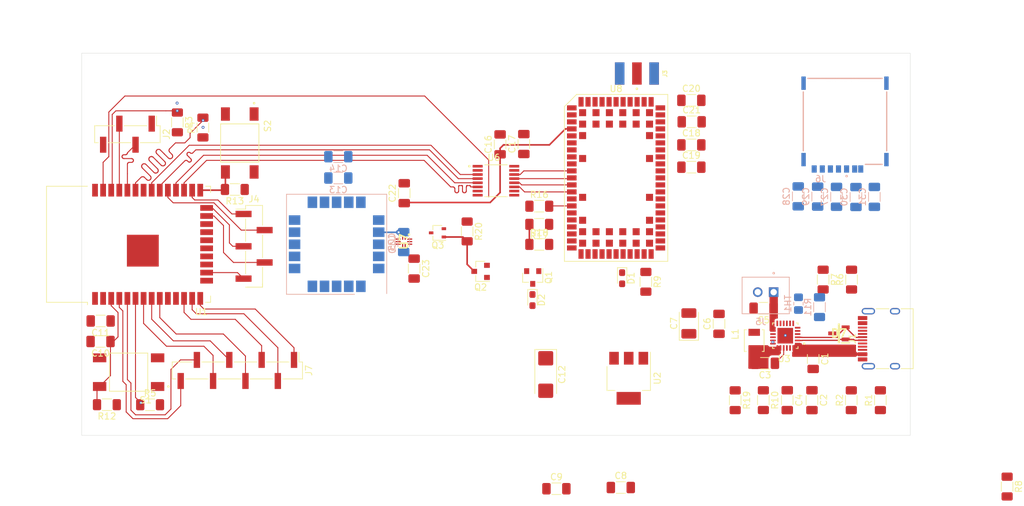
<source format=kicad_pcb>
(kicad_pcb (version 20171130) (host pcbnew 5.1.12-84ad8e8a86~92~ubuntu20.04.1)
  (layers (0 F.Cu mixed) (1 In1.Cu power) (2 In2.Cu power) (31 B.Cu signal) (34 B.Paste user) (35 F.Paste user) (36 B.SilkS user) (37 F.SilkS user) (38 B.Mask user) (39 F.Mask user) (44 Edge.Cuts user))
  (net 0 "")
  (net 1 GND)
  (net 2 VBUS)
  (net 3 "Net-(C2-Pad1)")
  (net 4 "Net-(C3-Pad2)")
  (net 5 "Net-(C3-Pad1)")
  (net 6 "Net-(C4-Pad1)")
  (net 7 "Net-(C5-Pad1)")
  (net 8 SYS)
  (net 9 +3V3)
  (net 10 "Net-(C10-Pad1)")
  (net 11 +1V8)
  (net 12 VCC_GPS)
  (net 13 VSIM)
  (net 14 RST)
  (net 15 IO)
  (net 16 CLK)
  (net 17 "Net-(D1-Pad1)")
  (net 18 "Net-(D2-Pad2)")
  (net 19 "Net-(D2-Pad1)")
  (net 20 "Net-(J1-PadA5)")
  (net 21 D-)
  (net 22 D+)
  (net 23 "Net-(J1-PadB5)")
  (net 24 "Net-(Q1-Pad1)")
  (net 25 SCL_Power)
  (net 26 SDA_Power)
  (net 27 INT_Power)
  (net 28 "Net-(R6-Pad1)")
  (net 29 "Net-(R7-Pad2)")
  (net 30 "Net-(R8-Pad2)")
  (net 31 "Net-(R9-Pad1)")
  (net 32 "Net-(R10-Pad2)")
  (net 33 "Net-(R13-Pad2)")
  (net 34 PWR_Cellular)
  (net 35 "Net-(R17-Pad1)")
  (net 36 GPIO2)
  (net 37 RTS)
  (net 38 TX)
  (net 39 RX)
  (net 40 RESET_Cellular)
  (net 41 CTS)
  (net 42 RTS_Cellular)
  (net 43 CTS_Cellular)
  (net 44 RX_Cellular)
  (net 45 TX_Cellular)
  (net 46 GPIO4)
  (net 47 GPIO3)
  (net 48 TX_GPS)
  (net 49 EXTINT)
  (net 50 "Net-(Q2-Pad3)")
  (net 51 "Net-(J1-PadB8)")
  (net 52 "Net-(J1-PadA8)")
  (net 53 "Net-(J3-Pad1)")
  (net 54 "Net-(U3-Pad12)")
  (net 55 "Net-(U8-Pad62)")
  (net 56 "Net-(U8-Pad49)")
  (net 57 "Net-(U8-Pad48)")
  (net 58 "Net-(U8-Pad47)")
  (net 59 "Net-(U8-Pad46)")
  (net 60 "Net-(U8-Pad45)")
  (net 61 "Net-(U8-Pad44)")
  (net 62 "Net-(U8-Pad42)")
  (net 63 "Net-(U8-Pad37)")
  (net 64 "Net-(U8-Pad36)")
  (net 65 "Net-(U8-Pad35)")
  (net 66 "Net-(U8-Pad34)")
  (net 67 "Net-(U8-Pad33)")
  (net 68 "Net-(U8-Pad31)")
  (net 69 "Net-(U8-Pad29)")
  (net 70 "Net-(U8-Pad28)")
  (net 71 "Net-(U8-Pad27)")
  (net 72 "Net-(U8-Pad26)")
  (net 73 "Net-(U8-Pad19)")
  (net 74 "Net-(U8-Pad17)")
  (net 75 "Net-(U8-Pad8)")
  (net 76 "Net-(U8-Pad7)")
  (net 77 "Net-(U8-Pad6)")
  (net 78 "Net-(U8-Pad2)")
  (net 79 "Net-(U10-Pad18)")
  (net 80 "Net-(U10-Pad14)")
  (net 81 "Net-(U10-Pad12)")
  (net 82 "Net-(U10-Pad9)")
  (net 83 "Net-(U10-Pad8)")
  (net 84 "Net-(U10-Pad7)")
  (net 85 RX_MCU)
  (net 86 TX_MCU)
  (net 87 "/MCU Schematic/SENS_VN")
  (net 88 "/MCU Schematic/SENS_VP")
  (net 89 "/MCU Schematic/IO35")
  (net 90 "/MCU Schematic/IO33")
  (net 91 "/MCU Schematic/IO32")
  (net 92 "/MCU Schematic/IO27")
  (net 93 "/MCU Schematic/IO15")
  (net 94 "/MCU Schematic/IO14")
  (net 95 "/MCU Schematic/IO13")
  (net 96 "/MCU Schematic/IO12")
  (net 97 "/MCU Schematic/IO5")
  (net 98 "/MCU Schematic/IO4")
  (net 99 "/MCU Schematic/IO2")
  (net 100 "Net-(J6-PadC6)")
  (net 101 "Net-(J6-PadCD)")
  (net 102 "Net-(U1-Pad32)")
  (net 103 "Net-(U1-Pad22)")
  (net 104 "Net-(U1-Pad21)")
  (net 105 "Net-(U1-Pad20)")
  (net 106 "Net-(U1-Pad19)")
  (net 107 "Net-(U1-Pad18)")
  (net 108 "Net-(U1-Pad17)")
  (module "GPS Hardware:SOT95P237X115-3N" (layer F.Cu) (at 188.82 133.995 180)
    (fp_text reference D7 (at 0 0) (layer F.SilkS) (effects (font (size 1.27 1.27) (thickness 0.254))))
    (fp_text value SP712-02HTG hide)
    (pad 1 smd rect (at -1.05 -0.95 270) (size 0.6 1.25) (layers F.Cu F.Paste F.Mask) (net 22 D+))
    (pad 2 smd rect (at -1.05 0.95 270) (size 0.6 1.25) (layers F.Cu F.Paste F.Mask) (net 21 D-))
    (pad 3 smd rect (at 1.05 0 270) (size 0.6 1.25) (layers F.Cu F.Paste F.Mask) (net 1 GND))
  )
  (module "GPS Hardware:SW_TS04-66-55-BK-160-SMT" (layer F.Cu) (at 94.8 104.09 270)
    (fp_text reference S2 (at -2.675 -4.385 90) (layer F.SilkS))
    (fp_text value TS04-66-55-BK-160-SMT)
    (pad 2 smd rect (at -4.55 2.25 270) (size 2.1 1.4) (layers F.Cu F.Paste F.Mask) (net 9 +3V3))
    (pad 1 smd rect (at -4.55 -2.25 270) (size 2.1 1.4) (layers F.Cu F.Paste F.Mask) (net 1 GND))
    (pad 3 smd rect (at 4.55 -2.25 270) (size 2.1 1.4) (layers F.Cu F.Paste F.Mask) (net 1 GND))
    (pad 4 smd rect (at 4.55 2.25 270) (size 2.1 1.4) (layers F.Cu F.Paste F.Mask) (net 33 "Net-(R13-Pad2)"))
  )
  (module "GPS Hardware:SW_TS04-66-55-BK-160-SMT" (layer F.Cu) (at 77.36 140.085 180)
    (fp_text reference S1 (at -2.675 -4.385) (layer F.SilkS))
    (fp_text value TS04-66-55-BK-160-SMT)
    (pad 2 smd rect (at -4.55 2.25 180) (size 2.1 1.4) (layers F.Cu F.Paste F.Mask) (net 1 GND))
    (pad 1 smd rect (at -4.55 -2.25 180) (size 2.1 1.4) (layers F.Cu F.Paste F.Mask) (net 9 +3V3))
    (pad 3 smd rect (at 4.55 -2.25 180) (size 2.1 1.4) (layers F.Cu F.Paste F.Mask) (net 10 "Net-(C10-Pad1)"))
    (pad 4 smd rect (at 4.55 2.25 180) (size 2.1 1.4) (layers F.Cu F.Paste F.Mask) (net 1 GND))
  )
  (module "GPS Hardware:GCT_SIM8065-6-1-14-01-A_REVA1" (layer B.Cu) (at 189.77 100.695)
    (fp_text reference J6 (at -3.825 9.035) (layer B.SilkS) (effects (justify mirror)))
    (fp_text value SIM8065-6-1-14-01-A_REVA1)
    (pad C3 smd rect (at -4.83 7.48) (size 0.8 1.14) (layers B.Cu B.Paste B.Mask) (net 16 CLK))
    (pad C7 smd rect (at -3.56 7.48) (size 0.8 1.14) (layers B.Cu B.Paste B.Mask) (net 15 IO))
    (pad C2 smd rect (at -2.29 7.48) (size 0.8 1.14) (layers B.Cu B.Paste B.Mask) (net 14 RST))
    (pad C6 smd rect (at -1.02 7.48) (size 0.8 1.14) (layers B.Cu B.Paste B.Mask) (net 100 "Net-(J6-PadC6)"))
    (pad C1 smd rect (at 0.25 7.48) (size 0.8 1.14) (layers B.Cu B.Paste B.Mask) (net 13 VSIM))
    (pad C5 smd rect (at 1.52 7.48) (size 0.8 1.14) (layers B.Cu B.Paste B.Mask) (net 1 GND))
    (pad CD smd rect (at 2.47 7.48) (size 0.8 1.14) (layers B.Cu B.Paste B.Mask) (net 101 "Net-(J6-PadCD)"))
    (pad G1 smd rect (at -6.5 6) (size 0.7 2.1) (layers B.Cu B.Paste B.Mask) (net 1 GND))
    (pad G2 smd rect (at 6.5 6) (size 0.7 2.1) (layers B.Cu B.Paste B.Mask) (net 1 GND))
    (pad G3 smd rect (at -6.5 -6) (size 0.7 2.1) (layers B.Cu B.Paste B.Mask) (net 1 GND))
    (pad G4 smd rect (at 6.5 -6) (size 0.7 2.1) (layers B.Cu B.Paste B.Mask) (net 1 GND))
    (pad None np_thru_hole circle (at -5 -4.75) (size 0.75 0.75) (drill 0.75) (layers *.Cu *.Mask))
    (pad None np_thru_hole circle (at 3.5 -4.75) (size 0.75 0.75) (drill 0.75) (layers *.Cu *.Mask))
    (pad None np_thru_hole circle (at 1.4 -5.88) (size 1.2 1.2) (drill 1.2) (layers *.Cu *.Mask))
    (pad None np_thru_hole circle (at 1.4 1.52) (size 1.2 1.2) (drill 1.2) (layers *.Cu *.Mask))
    (pad None np_thru_hole circle (at -1.14 1.52) (size 1.2 1.2) (drill 1.2) (layers *.Cu *.Mask))
    (pad None np_thru_hole circle (at -3.68 1.52) (size 1.2 1.2) (drill 1.2) (layers *.Cu *.Mask))
    (pad None np_thru_hole circle (at -1.14 -5.88) (size 1.2 1.2) (drill 1.2) (layers *.Cu *.Mask))
    (pad None np_thru_hole circle (at -3.68 -5.88) (size 1.2 1.2) (drill 1.2) (layers *.Cu *.Mask))
  )
  (module "GPS Hardware:JST_B2B-XH-A(LF)(SN)" (layer B.Cu) (at 177.33 128.04)
    (fp_text reference J5 (at -0.775 4.135) (layer B.SilkS) (effects (justify mirror)))
    (fp_text value "B2B-XH-A(LF)(SN)")
    (pad 2 thru_hole circle (at -1.25 -0.525) (size 1.508 1.508) (drill 1) (layers *.Cu *.Mask) (net 1 GND))
    (pad 1 thru_hole rect (at 1.25 -0.525) (size 1.508 1.508) (drill 1) (layers *.Cu *.Mask) (net 7 "Net-(C5-Pad1)"))
  )
  (module Connector_USB:USB_C_Receptacle_HRO_TYPE-C-31-M-12 (layer F.Cu) (at 196.57 134.83 90)
    (fp_text reference J1 (at 0 -5.645 90) (layer F.SilkS))
    (fp_text value USB_C_Receptacle_USB2.0)
    (pad B1 smd rect (at 3.25 -4.045 90) (size 0.6 1.45) (layers F.Cu F.Paste F.Mask) (net 1 GND))
    (pad A9 smd rect (at 2.45 -4.045 90) (size 0.6 1.45) (layers F.Cu F.Paste F.Mask) (net 2 VBUS))
    (pad B9 smd rect (at -2.45 -4.045 90) (size 0.6 1.45) (layers F.Cu F.Paste F.Mask) (net 2 VBUS))
    (pad B12 smd rect (at -3.25 -4.045 90) (size 0.6 1.45) (layers F.Cu F.Paste F.Mask) (net 1 GND))
    (pad A1 smd rect (at -3.25 -4.045 90) (size 0.6 1.45) (layers F.Cu F.Paste F.Mask) (net 1 GND))
    (pad A4 smd rect (at -2.45 -4.045 90) (size 0.6 1.45) (layers F.Cu F.Paste F.Mask) (net 2 VBUS))
    (pad B4 smd rect (at 2.45 -4.045 90) (size 0.6 1.45) (layers F.Cu F.Paste F.Mask) (net 2 VBUS))
    (pad A12 smd rect (at 3.25 -4.045 90) (size 0.6 1.45) (layers F.Cu F.Paste F.Mask) (net 1 GND))
    (pad B8 smd rect (at -1.75 -4.045 90) (size 0.3 1.45) (layers F.Cu F.Paste F.Mask) (net 51 "Net-(J1-PadB8)"))
    (pad A5 smd rect (at -1.25 -4.045 90) (size 0.3 1.45) (layers F.Cu F.Paste F.Mask) (net 20 "Net-(J1-PadA5)"))
    (pad B7 smd rect (at -0.75 -4.045 90) (size 0.3 1.45) (layers F.Cu F.Paste F.Mask) (net 21 D-))
    (pad A7 smd rect (at 0.25 -4.045 90) (size 0.3 1.45) (layers F.Cu F.Paste F.Mask) (net 21 D-))
    (pad B6 smd rect (at 0.75 -4.045 90) (size 0.3 1.45) (layers F.Cu F.Paste F.Mask) (net 22 D+))
    (pad A8 smd rect (at 1.25 -4.045 90) (size 0.3 1.45) (layers F.Cu F.Paste F.Mask) (net 52 "Net-(J1-PadA8)"))
    (pad B5 smd rect (at 1.75 -4.045 90) (size 0.3 1.45) (layers F.Cu F.Paste F.Mask) (net 23 "Net-(J1-PadB5)"))
    (pad A6 smd rect (at -0.25 -4.045 90) (size 0.3 1.45) (layers F.Cu F.Paste F.Mask) (net 22 D+))
    (pad S1 thru_hole oval (at 4.32 -3.13 90) (size 1 2.1) (drill oval 0.6 1.7) (layers *.Cu *.Mask) (net 1 GND))
    (pad S1 thru_hole oval (at -4.32 -3.13 90) (size 1 2.1) (drill oval 0.6 1.7) (layers *.Cu *.Mask) (net 1 GND))
    (pad "" np_thru_hole circle (at -2.89 -2.6 90) (size 0.65 0.65) (drill 0.65) (layers *.Cu *.Mask))
    (pad S1 thru_hole oval (at -4.32 1.05 90) (size 1 1.6) (drill oval 0.6 1.2) (layers *.Cu *.Mask) (net 1 GND))
    (pad "" np_thru_hole circle (at 2.89 -2.6 90) (size 0.65 0.65) (drill 0.65) (layers *.Cu *.Mask))
    (pad S1 thru_hole oval (at 4.32 1.05 90) (size 1 1.6) (drill oval 0.6 1.2) (layers *.Cu *.Mask) (net 1 GND))
  )
  (module Capacitor_Tantalum_SMD:CP_EIA-6032-15_Kemet-U_Pad2.25x2.35mm_HandSolder (layer F.Cu) (at 142.81 140.455 270)
    (fp_text reference C12 (at 0 -2.55 90) (layer F.SilkS))
    (fp_text value 100u)
    (pad 2 smd roundrect (at 2.55 0 270) (size 2.25 2.35) (layers F.Cu F.Paste F.Mask) (roundrect_rratio 0.111111) (net 1 GND))
    (pad 1 smd roundrect (at -2.55 0 270) (size 2.25 2.35) (layers F.Cu F.Paste F.Mask) (roundrect_rratio 0.111111) (net 9 +3V3))
  )
  (module Capacitor_SMD:C_1206_3216Metric_Pad1.33x1.80mm_HandSolder (layer F.Cu) (at 154.59 158.205)
    (fp_text reference C8 (at 0 -1.85) (layer F.SilkS))
    (fp_text value 10u)
    (pad 2 smd roundrect (at 1.5625 0) (size 1.325 1.8) (layers F.Cu F.Paste F.Mask) (roundrect_rratio 0.188679) (net 1 GND))
    (pad 1 smd roundrect (at -1.5625 0) (size 1.325 1.8) (layers F.Cu F.Paste F.Mask) (roundrect_rratio 0.188679) (net 8 SYS))
  )
  (module Package_TO_SOT_SMD:SOT-223 (layer F.Cu) (at 155.83 141.045 270)
    (fp_text reference U2 (at 0 -4.5 90) (layer F.SilkS))
    (fp_text value MIC5209-4.2YS-TR)
    (pad 1 smd rect (at -3.15 -2.3 270) (size 2 1.5) (layers F.Cu F.Paste F.Mask) (net 8 SYS))
    (pad 3 smd rect (at -3.15 2.3 270) (size 2 1.5) (layers F.Cu F.Paste F.Mask) (net 9 +3V3))
    (pad 2 smd rect (at -3.15 0 270) (size 2 1.5) (layers F.Cu F.Paste F.Mask) (net 1 GND))
    (pad 4 smd rect (at 3.15 0 270) (size 2 3.8) (layers F.Cu F.Paste F.Mask) (net 1 GND))
  )
  (module Capacitor_SMD:C_1206_3216Metric_Pad1.33x1.80mm_HandSolder (layer B.Cu) (at 110.265001 106.239999)
    (fp_text reference C14 (at 0 1.85) (layer B.SilkS) (effects (justify mirror)))
    (fp_text value 4u7)
    (pad 2 smd roundrect (at 1.5625 0) (size 1.325 1.8) (layers B.Cu B.Paste B.Mask) (roundrect_rratio 0.188679) (net 1 GND))
    (pad 1 smd roundrect (at -1.5625 0) (size 1.325 1.8) (layers B.Cu B.Paste B.Mask) (roundrect_rratio 0.188679) (net 12 VCC_GPS))
  )
  (module Capacitor_SMD:C_1206_3216Metric_Pad1.33x1.80mm_HandSolder (layer B.Cu) (at 110.265001 109.589999)
    (fp_text reference C13 (at 0 1.85) (layer B.SilkS) (effects (justify mirror)))
    (fp_text value 4u7)
    (pad 2 smd roundrect (at 1.5625 0) (size 1.325 1.8) (layers B.Cu B.Paste B.Mask) (roundrect_rratio 0.188679) (net 1 GND))
    (pad 1 smd roundrect (at -1.5625 0) (size 1.325 1.8) (layers B.Cu B.Paste B.Mask) (roundrect_rratio 0.188679) (net 12 VCC_GPS))
  )
  (module Capacitor_SMD:C_1206_3216Metric_Pad1.33x1.80mm_HandSolder (layer F.Cu) (at 144.4875 158.395)
    (fp_text reference C9 (at 0 -1.85) (layer F.SilkS))
    (fp_text value 0u1)
    (pad 2 smd roundrect (at 1.5625 0) (size 1.325 1.8) (layers F.Cu F.Paste F.Mask) (roundrect_rratio 0.188679) (net 1 GND))
    (pad 1 smd roundrect (at -1.5625 0) (size 1.325 1.8) (layers F.Cu F.Paste F.Mask) (roundrect_rratio 0.188679) (net 8 SYS))
  )
  (module Connector_PinHeader_2.54mm:PinHeader_1x04_P2.54mm_Vertical_SMD_Pin1Left (layer F.Cu) (at 77.175 102.705 270)
    (fp_text reference J2 (at 0 -6.14 90) (layer F.SilkS))
    (fp_text value Conn_01x04_Male)
    (pad 4 smd rect (at 1.655 3.81 270) (size 2.51 1) (layers F.Cu F.Paste F.Mask) (net 1 GND))
    (pad 2 smd rect (at 1.655 -1.27 270) (size 2.51 1) (layers F.Cu F.Paste F.Mask) (net 85 RX_MCU))
    (pad 3 smd rect (at -1.655 1.27 270) (size 2.51 1) (layers F.Cu F.Paste F.Mask) (net 86 TX_MCU))
    (pad 1 smd rect (at -1.655 -3.81 270) (size 2.51 1) (layers F.Cu F.Paste F.Mask) (net 9 +3V3))
  )
  (module Connector_PinHeader_2.54mm:PinHeader_1x08_P2.54mm_Vertical_SMD_Pin1Left (layer F.Cu) (at 94.425 139.815 270)
    (fp_text reference J7 (at 0 -11.22 90) (layer F.SilkS))
    (fp_text value Conn_01x08_Male)
    (pad 8 smd rect (at 1.655 8.89 270) (size 2.51 1) (layers F.Cu F.Paste F.Mask) (net 88 "/MCU Schematic/SENS_VP"))
    (pad 6 smd rect (at 1.655 3.81 270) (size 2.51 1) (layers F.Cu F.Paste F.Mask) (net 89 "/MCU Schematic/IO35"))
    (pad 4 smd rect (at 1.655 -1.27 270) (size 2.51 1) (layers F.Cu F.Paste F.Mask) (net 90 "/MCU Schematic/IO33"))
    (pad 2 smd rect (at 1.655 -6.35 270) (size 2.51 1) (layers F.Cu F.Paste F.Mask) (net 94 "/MCU Schematic/IO14"))
    (pad 7 smd rect (at -1.655 6.35 270) (size 2.51 1) (layers F.Cu F.Paste F.Mask) (net 87 "/MCU Schematic/SENS_VN"))
    (pad 5 smd rect (at -1.655 1.27 270) (size 2.51 1) (layers F.Cu F.Paste F.Mask) (net 91 "/MCU Schematic/IO32"))
    (pad 3 smd rect (at -1.655 -3.81 270) (size 2.51 1) (layers F.Cu F.Paste F.Mask) (net 92 "/MCU Schematic/IO27"))
    (pad 1 smd rect (at -1.655 -8.89 270) (size 2.51 1) (layers F.Cu F.Paste F.Mask) (net 96 "/MCU Schematic/IO12"))
  )
  (module Connector_PinHeader_2.54mm:PinHeader_1x05_P2.54mm_Vertical_SMD_Pin1Left (layer F.Cu) (at 97.05 120.315)
    (fp_text reference J4 (at 0 -7.41) (layer F.SilkS))
    (fp_text value Conn_01x05_Male)
    (pad 4 smd rect (at 1.655 2.54) (size 2.51 1) (layers F.Cu F.Paste F.Mask) (net 93 "/MCU Schematic/IO15"))
    (pad 2 smd rect (at 1.655 -2.54) (size 2.51 1) (layers F.Cu F.Paste F.Mask) (net 97 "/MCU Schematic/IO5"))
    (pad 5 smd rect (at -1.655 5.08) (size 2.51 1) (layers F.Cu F.Paste F.Mask) (net 95 "/MCU Schematic/IO13"))
    (pad 3 smd rect (at -1.655 0) (size 2.51 1) (layers F.Cu F.Paste F.Mask) (net 99 "/MCU Schematic/IO2"))
    (pad 1 smd rect (at -1.655 -5.08) (size 2.51 1) (layers F.Cu F.Paste F.Mask) (net 98 "/MCU Schematic/IO4"))
  )
  (module RF_Module:ESP32-WROOM-32 (layer F.Cu) (at 80.345 120 90)
    (fp_text reference U1 (at -10.61 8.43) (layer F.SilkS))
    (fp_text value ESP32-WROOM-32D)
    (pad 38 smd rect (at 8.5 -8.255 90) (size 2 0.9) (layers F.Cu F.Paste F.Mask) (net 1 GND))
    (pad 37 smd rect (at 8.5 -6.985 90) (size 2 0.9) (layers F.Cu F.Paste F.Mask) (net 34 PWR_Cellular))
    (pad 36 smd rect (at 8.5 -5.715 90) (size 2 0.9) (layers F.Cu F.Paste F.Mask) (net 25 SCL_Power))
    (pad 35 smd rect (at 8.5 -4.445 90) (size 2 0.9) (layers F.Cu F.Paste F.Mask) (net 86 TX_MCU))
    (pad 34 smd rect (at 8.5 -3.175 90) (size 2 0.9) (layers F.Cu F.Paste F.Mask) (net 85 RX_MCU))
    (pad 33 smd rect (at 8.5 -1.905 90) (size 2 0.9) (layers F.Cu F.Paste F.Mask) (net 26 SDA_Power))
    (pad 32 smd rect (at 8.5 -0.635 90) (size 2 0.9) (layers F.Cu F.Paste F.Mask) (net 102 "Net-(U1-Pad32)"))
    (pad 31 smd rect (at 8.5 0.635 90) (size 2 0.9) (layers F.Cu F.Paste F.Mask) (net 41 CTS))
    (pad 30 smd rect (at 8.5 1.905 90) (size 2 0.9) (layers F.Cu F.Paste F.Mask) (net 37 RTS))
    (pad 29 smd rect (at 8.5 3.175 90) (size 2 0.9) (layers F.Cu F.Paste F.Mask) (net 97 "/MCU Schematic/IO5"))
    (pad 28 smd rect (at 8.5 4.445 90) (size 2 0.9) (layers F.Cu F.Paste F.Mask) (net 39 RX))
    (pad 27 smd rect (at 8.5 5.715 90) (size 2 0.9) (layers F.Cu F.Paste F.Mask) (net 38 TX))
    (pad 26 smd rect (at 8.5 6.985 90) (size 2 0.9) (layers F.Cu F.Paste F.Mask) (net 98 "/MCU Schematic/IO4"))
    (pad 25 smd rect (at 8.5 8.255 90) (size 2 0.9) (layers F.Cu F.Paste F.Mask) (net 33 "Net-(R13-Pad2)"))
    (pad 24 smd rect (at 5.715 9.255 180) (size 2 0.9) (layers F.Cu F.Paste F.Mask) (net 99 "/MCU Schematic/IO2"))
    (pad 23 smd rect (at 4.445 9.255 180) (size 2 0.9) (layers F.Cu F.Paste F.Mask) (net 93 "/MCU Schematic/IO15"))
    (pad 22 smd rect (at 3.175 9.255 180) (size 2 0.9) (layers F.Cu F.Paste F.Mask) (net 103 "Net-(U1-Pad22)"))
    (pad 21 smd rect (at 1.905 9.255 180) (size 2 0.9) (layers F.Cu F.Paste F.Mask) (net 104 "Net-(U1-Pad21)"))
    (pad 20 smd rect (at 0.635 9.255 180) (size 2 0.9) (layers F.Cu F.Paste F.Mask) (net 105 "Net-(U1-Pad20)"))
    (pad 19 smd rect (at -0.635 9.255 180) (size 2 0.9) (layers F.Cu F.Paste F.Mask) (net 106 "Net-(U1-Pad19)"))
    (pad 18 smd rect (at -1.905 9.255 180) (size 2 0.9) (layers F.Cu F.Paste F.Mask) (net 107 "Net-(U1-Pad18)"))
    (pad 17 smd rect (at -3.175 9.255 180) (size 2 0.9) (layers F.Cu F.Paste F.Mask) (net 108 "Net-(U1-Pad17)"))
    (pad 16 smd rect (at -4.445 9.255 180) (size 2 0.9) (layers F.Cu F.Paste F.Mask) (net 95 "/MCU Schematic/IO13"))
    (pad 15 smd rect (at -5.715 9.255 180) (size 2 0.9) (layers F.Cu F.Paste F.Mask) (net 1 GND))
    (pad 14 smd rect (at -8.5 8.255 90) (size 2 0.9) (layers F.Cu F.Paste F.Mask) (net 96 "/MCU Schematic/IO12"))
    (pad 13 smd rect (at -8.5 6.985 90) (size 2 0.9) (layers F.Cu F.Paste F.Mask) (net 94 "/MCU Schematic/IO14"))
    (pad 12 smd rect (at -8.5 5.715 90) (size 2 0.9) (layers F.Cu F.Paste F.Mask) (net 92 "/MCU Schematic/IO27"))
    (pad 11 smd rect (at -8.5 4.445 90) (size 2 0.9) (layers F.Cu F.Paste F.Mask) (net 48 TX_GPS))
    (pad 10 smd rect (at -8.5 3.175 90) (size 2 0.9) (layers F.Cu F.Paste F.Mask) (net 40 RESET_Cellular))
    (pad 9 smd rect (at -8.5 1.905 90) (size 2 0.9) (layers F.Cu F.Paste F.Mask) (net 90 "/MCU Schematic/IO33"))
    (pad 8 smd rect (at -8.5 0.635 90) (size 2 0.9) (layers F.Cu F.Paste F.Mask) (net 91 "/MCU Schematic/IO32"))
    (pad 7 smd rect (at -8.5 -0.635 90) (size 2 0.9) (layers F.Cu F.Paste F.Mask) (net 89 "/MCU Schematic/IO35"))
    (pad 6 smd rect (at -8.5 -1.905 90) (size 2 0.9) (layers F.Cu F.Paste F.Mask) (net 27 INT_Power))
    (pad 5 smd rect (at -8.5 -3.175 90) (size 2 0.9) (layers F.Cu F.Paste F.Mask) (net 87 "/MCU Schematic/SENS_VN"))
    (pad 4 smd rect (at -8.5 -4.445 90) (size 2 0.9) (layers F.Cu F.Paste F.Mask) (net 88 "/MCU Schematic/SENS_VP"))
    (pad 3 smd rect (at -8.5 -5.715 90) (size 2 0.9) (layers F.Cu F.Paste F.Mask) (net 10 "Net-(C10-Pad1)"))
    (pad 2 smd rect (at -8.5 -6.985 90) (size 2 0.9) (layers F.Cu F.Paste F.Mask) (net 9 +3V3))
    (pad 1 smd rect (at -8.5 -8.255 90) (size 2 0.9) (layers F.Cu F.Paste F.Mask) (net 1 GND))
    (pad 39 smd rect (at -1 -0.755 90) (size 5 5) (layers F.Cu F.Paste F.Mask) (net 1 GND))
  )
  (module RF_GSM:ublox_SARA-G3_LGA-96 (layer F.Cu) (at 153.85 109.575)
    (fp_text reference U8 (at 0 -14) (layer F.SilkS))
    (fp_text value SARA-U201)
    (pad 96 smd rect (at 5.25 10.25 270) (size 1.1 1.1) (layers F.Cu F.Mask) (net 1 GND))
    (pad 95 smd rect (at 3.15 10.25 180) (size 1.1 1.1) (layers F.Cu F.Mask) (net 1 GND))
    (pad 94 smd rect (at 1.05 10.25 180) (size 1.1 1.1) (layers F.Cu F.Mask) (net 1 GND))
    (pad 93 smd rect (at -1.05 10.25 270) (size 1.1 1.1) (layers F.Cu F.Mask) (net 1 GND))
    (pad 92 smd rect (at -3.15 10.25 180) (size 1.1 1.1) (layers F.Cu F.Mask) (net 1 GND))
    (pad 91 smd rect (at -5.25 10.25 180) (size 1.1 1.1) (layers F.Cu F.Mask) (net 1 GND))
    (pad 90 smd rect (at 5.25 8.45 180) (size 1.1 1.1) (layers F.Cu F.Mask) (net 1 GND))
    (pad 89 smd rect (at 3.15 8.45 180) (size 1.1 1.1) (layers F.Cu F.Mask) (net 1 GND))
    (pad 88 smd rect (at 1.05 8.45 180) (size 1.1 1.1) (layers F.Cu F.Mask) (net 1 GND))
    (pad 87 smd rect (at -1.05 8.45 180) (size 1.1 1.1) (layers F.Cu F.Mask) (net 1 GND))
    (pad 86 smd rect (at -3.15 8.45 180) (size 1.1 1.1) (layers F.Cu F.Mask) (net 1 GND))
    (pad 85 smd rect (at -5.25 8.45 180) (size 1.1 1.1) (layers F.Cu F.Mask) (net 1 GND))
    (pad 84 smd rect (at 5.25 6.65 180) (size 1.1 1.1) (layers F.Cu F.Mask) (net 1 GND))
    (pad 83 smd rect (at -5.25 6.65 180) (size 1.1 1.1) (layers F.Cu F.Mask) (net 1 GND))
    (pad 82 smd rect (at 5.25 3.05 180) (size 1.1 1.1) (layers F.Cu F.Mask) (net 1 GND))
    (pad 81 smd rect (at -5.25 3.05 180) (size 1.1 1.1) (layers F.Cu F.Mask) (net 1 GND))
    (pad 80 smd rect (at 5.25 -3.05 180) (size 1.1 1.1) (layers F.Cu F.Mask) (net 1 GND))
    (pad 79 smd rect (at -5.25 -3.05 180) (size 1.1 1.1) (layers F.Cu F.Mask) (net 1 GND))
    (pad 78 smd rect (at 5.25 -6.65 180) (size 1.1 1.1) (layers F.Cu F.Mask) (net 1 GND))
    (pad 77 smd rect (at -5.25 -6.65 180) (size 1.1 1.1) (layers F.Cu F.Mask) (net 1 GND))
    (pad 76 smd rect (at 5.25 -8.45 180) (size 1.1 1.1) (layers F.Cu F.Mask) (net 1 GND))
    (pad 75 smd rect (at 3.15 -8.45 180) (size 1.1 1.1) (layers F.Cu F.Mask) (net 1 GND))
    (pad 74 smd rect (at 1.05 -8.45 180) (size 1.1 1.1) (layers F.Cu F.Mask) (net 1 GND))
    (pad 73 smd rect (at -1.05 -8.45 180) (size 1.1 1.1) (layers F.Cu F.Mask) (net 1 GND))
    (pad 72 smd rect (at -3.15 -8.45 180) (size 1.1 1.1) (layers F.Cu F.Mask) (net 1 GND))
    (pad 71 smd rect (at -5.25 -8.45 180) (size 1.1 1.1) (layers F.Cu F.Mask) (net 1 GND))
    (pad 70 smd rect (at 5.25 -10.25 180) (size 1.1 1.1) (layers F.Cu F.Mask) (net 1 GND))
    (pad 69 smd rect (at 3.15 -10.25 180) (size 1.1 1.1) (layers F.Cu F.Mask) (net 1 GND))
    (pad 68 smd rect (at 1.05 -10.25 180) (size 1.1 1.1) (layers F.Cu F.Mask) (net 1 GND))
    (pad 67 smd rect (at -1.05 -10.25 180) (size 1.1 1.1) (layers F.Cu F.Mask) (net 1 GND))
    (pad 66 smd rect (at -3.15 -10.25 180) (size 1.1 1.1) (layers F.Cu F.Mask) (net 1 GND))
    (pad 64 smd rect (at -5.5 -11.95 180) (size 0.8 1.5) (layers F.Cu F.Mask) (net 1 GND))
    (pad 65 smd rect (at -5.25 -10.25 180) (size 1.1 1.1) (layers F.Cu F.Mask) (net 1 GND))
    (pad 63 smd rect (at -4.4 -11.95 180) (size 0.8 1.5) (layers F.Cu F.Mask) (net 1 GND))
    (pad 62 smd rect (at -3.3 -11.95 180) (size 0.8 1.5) (layers F.Cu F.Mask) (net 55 "Net-(U8-Pad62)"))
    (pad 61 smd rect (at -2.2 -11.95 180) (size 0.8 1.5) (layers F.Cu F.Mask) (net 1 GND))
    (pad 60 smd rect (at -1.1 -11.95 180) (size 0.8 1.5) (layers F.Cu F.Mask) (net 1 GND))
    (pad 59 smd rect (at 0 -11.95 180) (size 0.8 1.5) (layers F.Cu F.Mask) (net 1 GND))
    (pad 58 smd rect (at 1.1 -11.95 180) (size 0.8 1.5) (layers F.Cu F.Mask) (net 1 GND))
    (pad 57 smd rect (at 2.2 -11.95 180) (size 0.8 1.5) (layers F.Cu F.Mask) (net 1 GND))
    (pad 56 smd rect (at 3.3 -11.95 180) (size 0.8 1.5) (layers F.Cu F.Mask) (net 53 "Net-(J3-Pad1)"))
    (pad 55 smd rect (at 4.4 -11.95 180) (size 0.8 1.5) (layers F.Cu F.Mask) (net 1 GND))
    (pad 54 smd rect (at 5.5 -11.95 180) (size 0.8 1.5) (layers F.Cu F.Mask) (net 1 GND))
    (pad 53 smd rect (at 6.95 -11 90) (size 0.8 1.5) (layers F.Cu F.Mask) (net 8 SYS))
    (pad 52 smd rect (at 6.95 -9.9 90) (size 0.8 1.5) (layers F.Cu F.Mask) (net 8 SYS))
    (pad 51 smd rect (at 6.95 -8.8 90) (size 0.8 1.5) (layers F.Cu F.Mask) (net 8 SYS))
    (pad 50 smd rect (at 6.95 -7.7 90) (size 0.8 1.5) (layers F.Cu F.Mask) (net 1 GND))
    (pad 49 smd rect (at 6.95 -6.6 90) (size 0.8 1.5) (layers F.Cu F.Mask) (net 56 "Net-(U8-Pad49)"))
    (pad 48 smd rect (at 6.95 -5.5 90) (size 0.8 1.5) (layers F.Cu F.Mask) (net 57 "Net-(U8-Pad48)"))
    (pad 47 smd rect (at 6.95 -4.4 90) (size 0.8 1.5) (layers F.Cu F.Mask) (net 58 "Net-(U8-Pad47)"))
    (pad 46 smd rect (at 6.95 -3.3 90) (size 0.8 1.5) (layers F.Cu F.Mask) (net 59 "Net-(U8-Pad46)"))
    (pad 45 smd rect (at 6.95 -2.2 90) (size 0.8 1.5) (layers F.Cu F.Mask) (net 60 "Net-(U8-Pad45)"))
    (pad 44 smd rect (at 6.95 -1.1 90) (size 0.8 1.5) (layers F.Cu F.Mask) (net 61 "Net-(U8-Pad44)"))
    (pad 43 smd rect (at 6.95 0 90) (size 0.8 1.5) (layers F.Cu F.Mask) (net 1 GND))
    (pad 42 smd rect (at 6.95 1.1 90) (size 0.8 1.5) (layers F.Cu F.Mask) (net 62 "Net-(U8-Pad42)"))
    (pad 41 smd rect (at 6.95 2.2 90) (size 0.8 1.5) (layers F.Cu F.Mask) (net 13 VSIM))
    (pad 40 smd rect (at 6.95 3.3 90) (size 0.8 1.5) (layers F.Cu F.Mask) (net 14 RST))
    (pad 39 smd rect (at 6.95 4.4 90) (size 0.8 1.5) (layers F.Cu F.Mask) (net 15 IO))
    (pad 38 smd rect (at 6.95 5.5 90) (size 0.8 1.5) (layers F.Cu F.Mask) (net 16 CLK))
    (pad 37 smd rect (at 6.95 6.6 90) (size 0.8 1.5) (layers F.Cu F.Mask) (net 63 "Net-(U8-Pad37)"))
    (pad 36 smd rect (at 6.95 7.7 90) (size 0.8 1.5) (layers F.Cu F.Mask) (net 64 "Net-(U8-Pad36)"))
    (pad 35 smd rect (at 6.95 8.8 90) (size 0.8 1.5) (layers F.Cu F.Mask) (net 65 "Net-(U8-Pad35)"))
    (pad 34 smd rect (at 6.95 9.9 90) (size 0.8 1.5) (layers F.Cu F.Mask) (net 66 "Net-(U8-Pad34)"))
    (pad 33 smd rect (at 6.95 11 90) (size 0.8 1.5) (layers F.Cu F.Mask) (net 67 "Net-(U8-Pad33)"))
    (pad 32 smd rect (at 5.5 11.95) (size 0.8 1.5) (layers F.Cu F.Mask) (net 1 GND))
    (pad 31 smd rect (at 4.4 11.95) (size 0.8 1.5) (layers F.Cu F.Mask) (net 68 "Net-(U8-Pad31)"))
    (pad 30 smd rect (at 3.3 11.95) (size 0.8 1.5) (layers F.Cu F.Mask) (net 1 GND))
    (pad 29 smd rect (at 2.2 11.95) (size 0.8 1.5) (layers F.Cu F.Mask) (net 69 "Net-(U8-Pad29)"))
    (pad 28 smd rect (at 1.1 11.95) (size 0.8 1.5) (layers F.Cu F.Mask) (net 70 "Net-(U8-Pad28)"))
    (pad 27 smd rect (at 0 11.95) (size 0.8 1.5) (layers F.Cu F.Mask) (net 71 "Net-(U8-Pad27)"))
    (pad 26 smd rect (at -1.1 11.95) (size 0.8 1.5) (layers F.Cu F.Mask) (net 72 "Net-(U8-Pad26)"))
    (pad 25 smd rect (at -2.2 11.95) (size 0.8 1.5) (layers F.Cu F.Mask) (net 46 GPIO4))
    (pad 24 smd rect (at -3.3 11.95) (size 0.8 1.5) (layers F.Cu F.Mask) (net 47 GPIO3))
    (pad 23 smd rect (at -4.4 11.95) (size 0.8 1.5) (layers F.Cu F.Mask) (net 36 GPIO2))
    (pad 22 smd rect (at -5.5 11.95) (size 0.8 1.5) (layers F.Cu F.Mask) (net 1 GND))
    (pad 21 smd rect (at -6.95 11 270) (size 0.8 1.5) (layers F.Cu F.Mask) (net 1 GND))
    (pad 20 smd rect (at -6.95 9.9 270) (size 0.8 1.5) (layers F.Cu F.Mask) (net 1 GND))
    (pad 19 smd rect (at -6.95 8.8 270) (size 0.8 1.5) (layers F.Cu F.Mask) (net 73 "Net-(U8-Pad19)"))
    (pad 18 smd rect (at -6.95 7.7 270) (size 0.8 1.5) (layers F.Cu F.Mask) (net 40 RESET_Cellular))
    (pad 17 smd rect (at -6.95 6.6 270) (size 0.8 1.5) (layers F.Cu F.Mask) (net 74 "Net-(U8-Pad17)"))
    (pad 16 smd rect (at -6.95 5.5 270) (size 0.8 1.5) (layers F.Cu F.Mask) (net 35 "Net-(R17-Pad1)"))
    (pad 15 smd rect (at -6.95 4.4 270) (size 0.8 1.5) (layers F.Cu F.Mask) (net 34 PWR_Cellular))
    (pad 14 smd rect (at -6.95 3.3 270) (size 0.8 1.5) (layers F.Cu F.Mask) (net 1 GND))
    (pad 13 smd rect (at -6.95 2.2 270) (size 0.8 1.5) (layers F.Cu F.Mask) (net 44 RX_Cellular))
    (pad 12 smd rect (at -6.95 1.1 270) (size 0.8 1.5) (layers F.Cu F.Mask) (net 45 TX_Cellular))
    (pad 11 smd rect (at -6.95 0 270) (size 0.8 1.5) (layers F.Cu F.Mask) (net 43 CTS_Cellular))
    (pad 10 smd rect (at -6.95 -1.1 270) (size 0.8 1.5) (layers F.Cu F.Mask) (net 42 RTS_Cellular))
    (pad 9 smd rect (at -6.95 -2.2 270) (size 0.8 1.5) (layers F.Cu F.Mask) (net 1 GND))
    (pad 8 smd rect (at -6.95 -3.3 270) (size 0.8 1.5) (layers F.Cu F.Mask) (net 75 "Net-(U8-Pad8)"))
    (pad 7 smd rect (at -6.95 -4.4 270) (size 0.8 1.5) (layers F.Cu F.Mask) (net 76 "Net-(U8-Pad7)"))
    (pad 6 smd rect (at -6.95 -5.5 270) (size 0.8 1.5) (layers F.Cu F.Mask) (net 77 "Net-(U8-Pad6)"))
    (pad 5 smd rect (at -6.95 -6.6 270) (size 0.8 1.5) (layers F.Cu F.Mask) (net 1 GND))
    (pad 4 smd rect (at -6.95 -7.7 270) (size 0.8 1.5) (layers F.Cu F.Mask) (net 11 +1V8))
    (pad 3 smd rect (at -6.95 -8.8 270) (size 0.8 1.5) (layers F.Cu F.Mask) (net 1 GND))
    (pad 2 smd rect (at -6.95 -9.9 270) (size 0.8 1.5) (layers F.Cu F.Mask) (net 78 "Net-(U8-Pad2)"))
    (pad 1 smd rect (at -6.95 -11 270) (size 0.8 1.5) (layers F.Cu F.Mask) (net 1 GND))
  )
  (module RF_GPS:ublox_SAM-M8Q (layer B.Cu) (at 110 120 90)
    (fp_text reference U10 (at 0 8.75 90) (layer B.SilkS) (effects (justify mirror)))
    (fp_text value ublox_SAM-M8Q)
    (pad 20 smd rect (at -3.8 6.6 90) (size 1.5 1.8) (layers B.Cu B.Mask) (net 1 GND))
    (pad 19 smd rect (at -1.9 6.6 90) (size 1.5 1.8) (layers B.Cu B.Mask) (net 49 EXTINT))
    (pad 18 smd rect (at 0 6.6 90) (size 1.5 1.8) (layers B.Cu B.Mask) (net 79 "Net-(U10-Pad18)"))
    (pad 17 smd rect (at 1.9 6.6 90) (size 1.5 1.8) (layers B.Cu B.Mask) (net 12 VCC_GPS))
    (pad 16 smd rect (at 3.8 6.6 90) (size 1.5 1.8) (layers B.Cu B.Mask) (net 1 GND))
    (pad 15 smd rect (at 6.6 3.8 90) (size 1.8 1.5) (layers B.Cu B.Mask) (net 1 GND))
    (pad 14 smd rect (at 6.6 1.9 90) (size 1.8 1.5) (layers B.Cu B.Mask) (net 80 "Net-(U10-Pad14)"))
    (pad 13 smd rect (at 6.6 0 90) (size 1.8 1.5) (layers B.Cu B.Mask) (net 48 TX_GPS))
    (pad 12 smd rect (at 6.6 -1.9 90) (size 1.8 1.5) (layers B.Cu B.Mask) (net 81 "Net-(U10-Pad12)"))
    (pad 11 smd rect (at 6.6 -3.8 90) (size 1.8 1.5) (layers B.Cu B.Mask) (net 1 GND))
    (pad 10 smd rect (at 3.8 -6.6 90) (size 1.5 1.8) (layers B.Cu B.Mask) (net 1 GND))
    (pad 9 smd rect (at 1.9 -6.6 90) (size 1.5 1.8) (layers B.Cu B.Mask) (net 82 "Net-(U10-Pad9)"))
    (pad 8 smd rect (at 0 -6.6 90) (size 1.5 1.8) (layers B.Cu B.Mask) (net 83 "Net-(U10-Pad8)"))
    (pad 7 smd rect (at -1.9 -6.6 90) (size 1.5 1.8) (layers B.Cu B.Mask) (net 84 "Net-(U10-Pad7)"))
    (pad 6 smd rect (at -3.8 -6.6 90) (size 1.5 1.8) (layers B.Cu B.Mask) (net 1 GND))
    (pad 5 smd rect (at -6.6 -3.8 90) (size 1.8 1.5) (layers B.Cu B.Mask) (net 1 GND))
    (pad 4 smd rect (at -6.6 -1.9 90) (size 1.8 1.5) (layers B.Cu B.Mask) (net 1 GND))
    (pad 3 smd rect (at -6.6 0 90) (size 1.8 1.5) (layers B.Cu B.Mask) (net 12 VCC_GPS))
    (pad 2 smd rect (at -6.6 1.9 90) (size 1.8 1.5) (layers B.Cu B.Mask) (net 12 VCC_GPS))
    (pad 1 smd rect (at -6.6 3.8 90) (size 1.8 1.5) (layers B.Cu B.Mask) (net 1 GND))
  )
  (module "GPS Hardware:QFN40P140X180X50-10N" (layer F.Cu) (at 120.56 119.585 270)
    (fp_text reference U7 (at 0 0 90) (layer F.SilkS) (effects (font (size 1.27 1.27) (thickness 0.254))))
    (fp_text value 74AVC2T245GU-Q100X hide)
    (pad 1 smd rect (at -0.7 -0.2) (size 0.2 0.8) (layers F.Cu F.Paste F.Mask) (net 1 GND))
    (pad 2 smd rect (at -0.7 0.2) (size 0.2 0.8) (layers F.Cu F.Paste F.Mask) (net 1 GND))
    (pad 3 smd rect (at -0.4 0.9 270) (size 0.2 0.8) (layers F.Cu F.Paste F.Mask) (net 1 GND))
    (pad 4 smd rect (at 0 0.9 270) (size 0.2 0.8) (layers F.Cu F.Paste F.Mask) (net 46 GPIO4))
    (pad 5 smd rect (at 0.4 0.9 270) (size 0.2 0.8) (layers F.Cu F.Paste F.Mask) (net 47 GPIO3))
    (pad 6 smd rect (at 0.7 0.2) (size 0.2 0.8) (layers F.Cu F.Paste F.Mask) (net 11 +1V8))
    (pad 7 smd rect (at 0.7 -0.2) (size 0.2 0.8) (layers F.Cu F.Paste F.Mask) (net 12 VCC_GPS))
    (pad 8 smd rect (at 0.4 -0.9 270) (size 0.2 0.8) (layers F.Cu F.Paste F.Mask) (net 48 TX_GPS))
    (pad 9 smd rect (at 0 -0.9 270) (size 0.2 0.8) (layers F.Cu F.Paste F.Mask) (net 49 EXTINT))
    (pad 10 smd rect (at -0.4 -0.9 270) (size 0.2 0.8) (layers F.Cu F.Paste F.Mask) (net 12 VCC_GPS))
  )
  (module "GPS Hardware:SOP65P640X120-16N" (layer F.Cu) (at 135 110.015)
    (fp_text reference U6 (at -0.325 -3.635) (layer F.SilkS))
    (fp_text value SN74AVC4T774PW)
    (pad 1 smd rect (at -2.87 -2.275) (size 1.57 0.41) (layers F.Cu F.Paste F.Mask) (net 1 GND))
    (pad 2 smd rect (at -2.87 -1.625) (size 1.57 0.41) (layers F.Cu F.Paste F.Mask) (net 9 +3V3))
    (pad 3 smd rect (at -2.87 -0.975) (size 1.57 0.41) (layers F.Cu F.Paste F.Mask) (net 41 CTS))
    (pad 4 smd rect (at -2.87 -0.325) (size 1.57 0.41) (layers F.Cu F.Paste F.Mask) (net 37 RTS))
    (pad 5 smd rect (at -2.87 0.325) (size 1.57 0.41) (layers F.Cu F.Paste F.Mask) (net 39 RX))
    (pad 6 smd rect (at -2.87 0.975) (size 1.57 0.41) (layers F.Cu F.Paste F.Mask) (net 38 TX))
    (pad 7 smd rect (at -2.87 1.625) (size 1.57 0.41) (layers F.Cu F.Paste F.Mask) (net 1 GND))
    (pad 8 smd rect (at -2.87 2.275) (size 1.57 0.41) (layers F.Cu F.Paste F.Mask) (net 9 +3V3))
    (pad 9 smd rect (at 2.87 2.275) (size 1.57 0.41) (layers F.Cu F.Paste F.Mask) (net 1 GND))
    (pad 10 smd rect (at 2.87 1.625) (size 1.57 0.41) (layers F.Cu F.Paste F.Mask) (net 1 GND))
    (pad 11 smd rect (at 2.87 0.975) (size 1.57 0.41) (layers F.Cu F.Paste F.Mask) (net 44 RX_Cellular))
    (pad 12 smd rect (at 2.87 0.325) (size 1.57 0.41) (layers F.Cu F.Paste F.Mask) (net 45 TX_Cellular))
    (pad 13 smd rect (at 2.87 -0.325) (size 1.57 0.41) (layers F.Cu F.Paste F.Mask) (net 43 CTS_Cellular))
    (pad 14 smd rect (at 2.87 -0.975) (size 1.57 0.41) (layers F.Cu F.Paste F.Mask) (net 42 RTS_Cellular))
    (pad 15 smd rect (at 2.87 -1.625) (size 1.57 0.41) (layers F.Cu F.Paste F.Mask) (net 11 +1V8))
    (pad 16 smd rect (at 2.87 -2.275) (size 1.57 0.41) (layers F.Cu F.Paste F.Mask) (net 9 +3V3))
  )
  (module "GPS Hardware:QFN50P400X400X100-25N" (layer F.Cu) (at 180.4 134.355 180)
    (fp_text reference U3 (at 0.175 -3.635) (layer F.SilkS))
    (fp_text value BQ24295)
    (pad 7 smd rect (at -1.25 1.935 180) (size 0.27 0.86) (layers F.Cu F.Paste F.Mask) (net 27 INT_Power))
    (pad 8 smd rect (at -0.75 1.935 180) (size 0.27 0.86) (layers F.Cu F.Paste F.Mask) (net 31 "Net-(R9-Pad1)"))
    (pad 9 smd rect (at -0.25 1.935 180) (size 0.27 0.86) (layers F.Cu F.Paste F.Mask) (net 28 "Net-(R6-Pad1)"))
    (pad 10 smd rect (at 0.25 1.935 180) (size 0.27 0.86) (layers F.Cu F.Paste F.Mask) (net 29 "Net-(R7-Pad2)"))
    (pad 11 smd rect (at 0.75 1.935 180) (size 0.27 0.86) (layers F.Cu F.Paste F.Mask) (net 32 "Net-(R10-Pad2)"))
    (pad 12 smd rect (at 1.25 1.935 180) (size 0.27 0.86) (layers F.Cu F.Paste F.Mask) (net 54 "Net-(U3-Pad12)"))
    (pad 19 smd rect (at 1.25 -1.935 180) (size 0.27 0.86) (layers F.Cu F.Paste F.Mask) (net 4 "Net-(C3-Pad2)"))
    (pad 20 smd rect (at 0.75 -1.935 180) (size 0.27 0.86) (layers F.Cu F.Paste F.Mask) (net 4 "Net-(C3-Pad2)"))
    (pad 21 smd rect (at 0.25 -1.935 180) (size 0.27 0.86) (layers F.Cu F.Paste F.Mask) (net 5 "Net-(C3-Pad1)"))
    (pad 22 smd rect (at -0.25 -1.935 180) (size 0.27 0.86) (layers F.Cu F.Paste F.Mask) (net 6 "Net-(C4-Pad1)"))
    (pad 23 smd rect (at -0.75 -1.935 180) (size 0.27 0.86) (layers F.Cu F.Paste F.Mask) (net 3 "Net-(C2-Pad1)"))
    (pad 24 smd rect (at -1.25 -1.935 180) (size 0.27 0.86) (layers F.Cu F.Paste F.Mask) (net 2 VBUS))
    (pad 1 smd rect (at -1.935 -1.25 180) (size 0.86 0.27) (layers F.Cu F.Paste F.Mask) (net 2 VBUS))
    (pad 2 smd rect (at -1.935 -0.75 180) (size 0.86 0.27) (layers F.Cu F.Paste F.Mask) (net 22 D+))
    (pad 3 smd rect (at -1.935 -0.25 180) (size 0.86 0.27) (layers F.Cu F.Paste F.Mask) (net 21 D-))
    (pad 4 smd rect (at -1.935 0.25 180) (size 0.86 0.27) (layers F.Cu F.Paste F.Mask) (net 30 "Net-(R8-Pad2)"))
    (pad 5 smd rect (at -1.935 0.75 180) (size 0.86 0.27) (layers F.Cu F.Paste F.Mask) (net 25 SCL_Power))
    (pad 6 smd rect (at -1.935 1.25 180) (size 0.86 0.27) (layers F.Cu F.Paste F.Mask) (net 26 SDA_Power))
    (pad 13 smd rect (at 1.935 1.25 180) (size 0.86 0.27) (layers F.Cu F.Paste F.Mask) (net 7 "Net-(C5-Pad1)"))
    (pad 14 smd rect (at 1.935 0.75 180) (size 0.86 0.27) (layers F.Cu F.Paste F.Mask) (net 7 "Net-(C5-Pad1)"))
    (pad 15 smd rect (at 1.935 0.25 180) (size 0.86 0.27) (layers F.Cu F.Paste F.Mask) (net 8 SYS))
    (pad 16 smd rect (at 1.935 -0.25 180) (size 0.86 0.27) (layers F.Cu F.Paste F.Mask) (net 8 SYS))
    (pad 17 smd rect (at 1.935 -0.75 180) (size 0.86 0.27) (layers F.Cu F.Paste F.Mask) (net 1 GND))
    (pad 18 smd rect (at 1.935 -1.25 180) (size 0.86 0.27) (layers F.Cu F.Paste F.Mask) (net 1 GND))
    (pad 25 smd rect (at 0 0 180) (size 2.45 2.45) (layers F.Cu F.Mask) (net 1 GND))
  )
  (module Resistor_SMD:R_0805_2012Metric_Pad1.20x1.40mm_HandSolder (layer B.Cu) (at 182.47 129.325 270)
    (fp_text reference TH1 (at 0 1.65 270) (layer B.SilkS) (effects (justify mirror)))
    (fp_text value "Thermistor_NTC 10K")
    (pad 2 smd roundrect (at 1 0 270) (size 1.2 1.4) (layers B.Cu B.Paste B.Mask) (roundrect_rratio 0.208333) (net 1 GND))
    (pad 1 smd roundrect (at -1 0 270) (size 1.2 1.4) (layers B.Cu B.Paste B.Mask) (roundrect_rratio 0.208333) (net 32 "Net-(R10-Pad2)"))
  )
  (module Resistor_SMD:R_1206_3216Metric_Pad1.30x1.75mm_HandSolder (layer F.Cu) (at 130.48 117.98 270)
    (fp_text reference R20 (at 0 -1.82 90) (layer F.SilkS))
    (fp_text value 47k)
    (pad 2 smd roundrect (at 1.55 0 270) (size 1.3 1.75) (layers F.Cu F.Paste F.Mask) (roundrect_rratio 0.192308) (net 50 "Net-(Q2-Pad3)"))
    (pad 1 smd roundrect (at -1.55 0 270) (size 1.3 1.75) (layers F.Cu F.Paste F.Mask) (roundrect_rratio 0.192308) (net 9 +3V3))
  )
  (module Resistor_SMD:R_1206_3216Metric_Pad1.30x1.75mm_HandSolder (layer F.Cu) (at 172.54 144.495 270)
    (fp_text reference R19 (at 0 -1.82 90) (layer F.SilkS))
    (fp_text value 250)
    (pad 2 smd roundrect (at 1.55 0 270) (size 1.3 1.75) (layers F.Cu F.Paste F.Mask) (roundrect_rratio 0.192308) (net 18 "Net-(D2-Pad2)"))
    (pad 1 smd roundrect (at -1.55 0 270) (size 1.3 1.75) (layers F.Cu F.Paste F.Mask) (roundrect_rratio 0.192308) (net 8 SYS))
  )
  (module Resistor_SMD:R_1206_3216Metric_Pad1.30x1.75mm_HandSolder (layer F.Cu) (at 141.795 120.015)
    (fp_text reference R18 (at 0 -1.82) (layer F.SilkS))
    (fp_text value 47k)
    (pad 2 smd roundrect (at 1.55 0) (size 1.3 1.75) (layers F.Cu F.Paste F.Mask) (roundrect_rratio 0.192308) (net 1 GND))
    (pad 1 smd roundrect (at -1.55 0) (size 1.3 1.75) (layers F.Cu F.Paste F.Mask) (roundrect_rratio 0.192308) (net 24 "Net-(Q1-Pad1)"))
  )
  (module Resistor_SMD:R_1206_3216Metric_Pad1.30x1.75mm_HandSolder (layer F.Cu) (at 141.795 116.865 180)
    (fp_text reference R17 (at 0 -1.82) (layer F.SilkS))
    (fp_text value 10k)
    (pad 2 smd roundrect (at 1.55 0 180) (size 1.3 1.75) (layers F.Cu F.Paste F.Mask) (roundrect_rratio 0.192308) (net 24 "Net-(Q1-Pad1)"))
    (pad 1 smd roundrect (at -1.55 0 180) (size 1.3 1.75) (layers F.Cu F.Paste F.Mask) (roundrect_rratio 0.192308) (net 35 "Net-(R17-Pad1)"))
  )
  (module Resistor_SMD:R_1206_3216Metric_Pad1.30x1.75mm_HandSolder (layer F.Cu) (at 141.8 114.015)
    (fp_text reference R16 (at 0 -1.82) (layer F.SilkS))
    (fp_text value 100k)
    (pad 2 smd roundrect (at 1.55 0) (size 1.3 1.75) (layers F.Cu F.Paste F.Mask) (roundrect_rratio 0.192308) (net 34 PWR_Cellular))
    (pad 1 smd roundrect (at -1.55 0) (size 1.3 1.75) (layers F.Cu F.Paste F.Mask) (roundrect_rratio 0.192308) (net 9 +3V3))
  )
  (module Resistor_SMD:R_1206_3216Metric_Pad1.30x1.75mm_HandSolder (layer F.Cu) (at 94.025 111.39 180)
    (fp_text reference R13 (at 0 -1.82) (layer F.SilkS))
    (fp_text value 10k)
    (pad 2 smd roundrect (at 1.55 0 180) (size 1.3 1.75) (layers F.Cu F.Paste F.Mask) (roundrect_rratio 0.192308) (net 33 "Net-(R13-Pad2)"))
    (pad 1 smd roundrect (at -1.55 0 180) (size 1.3 1.75) (layers F.Cu F.Paste F.Mask) (roundrect_rratio 0.192308) (net 9 +3V3))
  )
  (module Resistor_SMD:R_1206_3216Metric_Pad1.30x1.75mm_HandSolder (layer F.Cu) (at 73.95 145.195 180)
    (fp_text reference R12 (at 0 -1.82) (layer F.SilkS))
    (fp_text value 10k)
    (pad 2 smd roundrect (at 1.55 0 180) (size 1.3 1.75) (layers F.Cu F.Paste F.Mask) (roundrect_rratio 0.192308) (net 10 "Net-(C10-Pad1)"))
    (pad 1 smd roundrect (at -1.55 0 180) (size 1.3 1.75) (layers F.Cu F.Paste F.Mask) (roundrect_rratio 0.192308) (net 9 +3V3))
  )
  (module Resistor_SMD:R_1206_3216Metric_Pad1.30x1.75mm_HandSolder (layer B.Cu) (at 185.77 129.875 270)
    (fp_text reference R11 (at 0 1.82 270) (layer B.SilkS) (effects (justify mirror)))
    (fp_text value 32k)
    (pad 2 smd roundrect (at 1.55 0 270) (size 1.3 1.75) (layers B.Cu B.Paste B.Mask) (roundrect_rratio 0.192308) (net 1 GND))
    (pad 1 smd roundrect (at -1.55 0 270) (size 1.3 1.75) (layers B.Cu B.Paste B.Mask) (roundrect_rratio 0.192308) (net 32 "Net-(R10-Pad2)"))
  )
  (module Resistor_SMD:R_1206_3216Metric_Pad1.30x1.75mm_HandSolder (layer F.Cu) (at 176.96 144.485 270)
    (fp_text reference R10 (at 0 -1.82 90) (layer F.SilkS))
    (fp_text value 5k23)
    (pad 2 smd roundrect (at 1.55 0 270) (size 1.3 1.75) (layers F.Cu F.Paste F.Mask) (roundrect_rratio 0.192308) (net 32 "Net-(R10-Pad2)"))
    (pad 1 smd roundrect (at -1.55 0 270) (size 1.3 1.75) (layers F.Cu F.Paste F.Mask) (roundrect_rratio 0.192308) (net 6 "Net-(C4-Pad1)"))
  )
  (module Resistor_SMD:R_1206_3216Metric_Pad1.30x1.75mm_HandSolder (layer F.Cu) (at 158.525 125.89 270)
    (fp_text reference R9 (at 0 -1.82 90) (layer F.SilkS))
    (fp_text value 10k)
    (pad 2 smd roundrect (at 1.55 0 270) (size 1.3 1.75) (layers F.Cu F.Paste F.Mask) (roundrect_rratio 0.192308) (net 8 SYS))
    (pad 1 smd roundrect (at -1.55 0 270) (size 1.3 1.75) (layers F.Cu F.Paste F.Mask) (roundrect_rratio 0.192308) (net 31 "Net-(R9-Pad1)"))
  )
  (module Resistor_SMD:R_1206_3216Metric_Pad1.30x1.75mm_HandSolder (layer F.Cu) (at 215.21 158.055 270)
    (fp_text reference R8 (at 0 -1.82 90) (layer F.SilkS))
    (fp_text value 250)
    (pad 2 smd roundrect (at 1.55 0 270) (size 1.3 1.75) (layers F.Cu F.Paste F.Mask) (roundrect_rratio 0.192308) (net 30 "Net-(R8-Pad2)"))
    (pad 1 smd roundrect (at -1.55 0 270) (size 1.3 1.75) (layers F.Cu F.Paste F.Mask) (roundrect_rratio 0.192308) (net 17 "Net-(D1-Pad1)"))
  )
  (module Resistor_SMD:R_1206_3216Metric_Pad1.30x1.75mm_HandSolder (layer F.Cu) (at 186.34 125.545 270)
    (fp_text reference R7 (at 0 -1.82 90) (layer F.SilkS))
    (fp_text value 10k)
    (pad 2 smd roundrect (at 1.55 0 270) (size 1.3 1.75) (layers F.Cu F.Paste F.Mask) (roundrect_rratio 0.192308) (net 29 "Net-(R7-Pad2)"))
    (pad 1 smd roundrect (at -1.55 0 270) (size 1.3 1.75) (layers F.Cu F.Paste F.Mask) (roundrect_rratio 0.192308) (net 1 GND))
  )
  (module Resistor_SMD:R_1206_3216Metric_Pad1.30x1.75mm_HandSolder (layer F.Cu) (at 190.8 125.545 90)
    (fp_text reference R6 (at 0 -1.82 90) (layer F.SilkS))
    (fp_text value 10k)
    (pad 2 smd roundrect (at 1.55 0 90) (size 1.3 1.75) (layers F.Cu F.Paste F.Mask) (roundrect_rratio 0.192308) (net 1 GND))
    (pad 1 smd roundrect (at -1.55 0 90) (size 1.3 1.75) (layers F.Cu F.Paste F.Mask) (roundrect_rratio 0.192308) (net 28 "Net-(R6-Pad1)"))
  )
  (module Resistor_SMD:R_1206_3216Metric_Pad1.30x1.75mm_HandSolder (layer F.Cu) (at 80.73 145.205)
    (fp_text reference R5 (at 0 -1.82) (layer F.SilkS))
    (fp_text value 4k7)
    (pad 2 smd roundrect (at 1.55 0) (size 1.3 1.75) (layers F.Cu F.Paste F.Mask) (roundrect_rratio 0.192308) (net 9 +3V3))
    (pad 1 smd roundrect (at -1.55 0) (size 1.3 1.75) (layers F.Cu F.Paste F.Mask) (roundrect_rratio 0.192308) (net 27 INT_Power))
  )
  (module Resistor_SMD:R_1206_3216Metric_Pad1.30x1.75mm_HandSolder (layer F.Cu) (at 89.02 101.665 90)
    (fp_text reference R4 (at 0 -1.82 90) (layer F.SilkS))
    (fp_text value 4k7)
    (pad 2 smd roundrect (at 1.55 0 90) (size 1.3 1.75) (layers F.Cu F.Paste F.Mask) (roundrect_rratio 0.192308) (net 26 SDA_Power))
    (pad 1 smd roundrect (at -1.55 0 90) (size 1.3 1.75) (layers F.Cu F.Paste F.Mask) (roundrect_rratio 0.192308) (net 9 +3V3))
  )
  (module Resistor_SMD:R_1206_3216Metric_Pad1.30x1.75mm_HandSolder (layer F.Cu) (at 85.01 100.855 270)
    (fp_text reference R3 (at 0 -1.82 90) (layer F.SilkS))
    (fp_text value 4k7)
    (pad 2 smd roundrect (at 1.55 0 270) (size 1.3 1.75) (layers F.Cu F.Paste F.Mask) (roundrect_rratio 0.192308) (net 9 +3V3))
    (pad 1 smd roundrect (at -1.55 0 270) (size 1.3 1.75) (layers F.Cu F.Paste F.Mask) (roundrect_rratio 0.192308) (net 25 SCL_Power))
  )
  (module Resistor_SMD:R_1206_3216Metric_Pad1.30x1.75mm_HandSolder (layer F.Cu) (at 190.76 144.49 90)
    (fp_text reference R2 (at 0 -1.82 90) (layer F.SilkS))
    (fp_text value 5k1)
    (pad 2 smd roundrect (at 1.55 0 90) (size 1.3 1.75) (layers F.Cu F.Paste F.Mask) (roundrect_rratio 0.192308) (net 23 "Net-(J1-PadB5)"))
    (pad 1 smd roundrect (at -1.55 0 90) (size 1.3 1.75) (layers F.Cu F.Paste F.Mask) (roundrect_rratio 0.192308) (net 1 GND))
  )
  (module Resistor_SMD:R_1206_3216Metric_Pad1.30x1.75mm_HandSolder (layer F.Cu) (at 195.325 144.49 90)
    (fp_text reference R1 (at 0 -1.82 90) (layer F.SilkS))
    (fp_text value 5k1)
    (pad 2 smd roundrect (at 1.55 0 90) (size 1.3 1.75) (layers F.Cu F.Paste F.Mask) (roundrect_rratio 0.192308) (net 20 "Net-(J1-PadA5)"))
    (pad 1 smd roundrect (at -1.55 0 90) (size 1.3 1.75) (layers F.Cu F.Paste F.Mask) (roundrect_rratio 0.192308) (net 1 GND))
  )
  (module Package_TO_SOT_SMD:SOT-323_SC-70 (layer F.Cu) (at 125.83 118.205 180)
    (fp_text reference Q3 (at -0.05 -1.95) (layer F.SilkS))
    (fp_text value BSS84)
    (pad 3 smd rect (at 1 0 90) (size 0.45 0.7) (layers F.Cu F.Paste F.Mask) (net 12 VCC_GPS))
    (pad 2 smd rect (at -1 0.65 90) (size 0.45 0.7) (layers F.Cu F.Paste F.Mask) (net 9 +3V3))
    (pad 1 smd rect (at -1 -0.65 90) (size 0.45 0.7) (layers F.Cu F.Paste F.Mask) (net 50 "Net-(Q2-Pad3)"))
  )
  (module Package_TO_SOT_SMD:SOT-23 (layer F.Cu) (at 132.59 124.255 180)
    (fp_text reference Q2 (at 0 -2.5) (layer F.SilkS))
    (fp_text value BC847)
    (pad 3 smd rect (at 1 0 180) (size 0.9 0.8) (layers F.Cu F.Paste F.Mask) (net 50 "Net-(Q2-Pad3)"))
    (pad 2 smd rect (at -1 0.95 180) (size 0.9 0.8) (layers F.Cu F.Paste F.Mask) (net 1 GND))
    (pad 1 smd rect (at -1 -0.95 180) (size 0.9 0.8) (layers F.Cu F.Paste F.Mask) (net 36 GPIO2))
  )
  (module Package_TO_SOT_SMD:SOT-23 (layer F.Cu) (at 140.77 125.215 270)
    (fp_text reference Q1 (at 0 -2.5 90) (layer F.SilkS))
    (fp_text value BC847)
    (pad 3 smd rect (at 1 0 270) (size 0.9 0.8) (layers F.Cu F.Paste F.Mask) (net 19 "Net-(D2-Pad1)"))
    (pad 2 smd rect (at -1 0.95 270) (size 0.9 0.8) (layers F.Cu F.Paste F.Mask) (net 1 GND))
    (pad 1 smd rect (at -1 -0.95 270) (size 0.9 0.8) (layers F.Cu F.Paste F.Mask) (net 24 "Net-(Q1-Pad1)"))
  )
  (module "GPS Hardware:IND_SRP0312-2R2K" (layer F.Cu) (at 175.525 135.13 90)
    (fp_text reference L1 (at 1.005 -2.975 90) (layer F.SilkS))
    (fp_text value 2u2)
    (pad 1 smd rect (at -1.3 0 90) (size 1.1 1.8) (layers F.Cu F.Paste F.Mask) (net 4 "Net-(C3-Pad2)"))
    (pad 2 smd rect (at 1.3 0 90) (size 1.1 1.8) (layers F.Cu F.Paste F.Mask) (net 8 SYS))
  )
  (module "GPS Hardware:RFSOLUTIONS_CON-SMA-EDGE-S" (layer F.Cu) (at 157.12 93.175 270)
    (fp_text reference J3 (at 0.032 -4.4064 90) (layer F.SilkS) (effects (font (size 0.64 0.64))))
    (fp_text value Conn_Coaxial)
    (pad 1 smd rect (at 0 0 270) (size 3.5 1.5) (layers F.Cu F.Paste F.Mask) (net 53 "Net-(J3-Pad1)"))
    (pad G1 smd rect (at 0 -2.7 270) (size 3.5 1.5) (layers F.Cu F.Paste F.Mask))
    (pad G2 smd rect (at 0 2.7 270) (size 3.5 1.5) (layers F.Cu F.Paste F.Mask))
    (pad G3 smd rect (at 0 -2.7 270) (size 3.5 1.5) (layers B.Cu B.Paste B.Mask))
    (pad G4 smd rect (at 0 2.7 270) (size 3.5 1.5) (layers B.Cu B.Paste B.Mask))
  )
  (module LED_SMD:LED_0603_1608Metric_Pad1.05x0.95mm_HandSolder (layer F.Cu) (at 140.73 128.76 270)
    (fp_text reference D2 (at 0 -1.43 90) (layer F.SilkS))
    (fp_text value LED)
    (pad 2 smd roundrect (at 0.875 0 270) (size 1.05 0.95) (layers F.Cu F.Paste F.Mask) (net 18 "Net-(D2-Pad2)"))
    (pad 1 smd roundrect (at -0.875 0 270) (size 1.05 0.95) (layers F.Cu F.Paste F.Mask) (net 19 "Net-(D2-Pad1)"))
  )
  (module LED_SMD:LED_0603_1608Metric_Pad1.05x0.95mm_HandSolder (layer F.Cu) (at 154.8 125.33 270)
    (fp_text reference D1 (at 0 -1.43 90) (layer F.SilkS))
    (fp_text value LED)
    (pad 2 smd roundrect (at 0.875 0 270) (size 1.05 0.95) (layers F.Cu F.Paste F.Mask) (net 8 SYS))
    (pad 1 smd roundrect (at -0.875 0 270) (size 1.05 0.95) (layers F.Cu F.Paste F.Mask) (net 17 "Net-(D1-Pad1)"))
  )
  (module Capacitor_SMD:C_1206_3216Metric_Pad1.33x1.80mm_HandSolder (layer B.Cu) (at 194.38 112.5525 270)
    (fp_text reference C31 (at 0 1.85 270) (layer B.SilkS) (effects (justify mirror)))
    (fp_text value 0u1)
    (pad 2 smd roundrect (at 1.5625 0 270) (size 1.325 1.8) (layers B.Cu B.Paste B.Mask) (roundrect_rratio 0.188679) (net 1 GND))
    (pad 1 smd roundrect (at -1.5625 0 270) (size 1.325 1.8) (layers B.Cu B.Paste B.Mask) (roundrect_rratio 0.188679) (net 13 VSIM))
  )
  (module Capacitor_SMD:C_1206_3216Metric_Pad1.33x1.80mm_HandSolder (layer B.Cu) (at 191.49 112.5725 270)
    (fp_text reference C30 (at 0 1.85 270) (layer B.SilkS) (effects (justify mirror)))
    (fp_text value 47p)
    (pad 2 smd roundrect (at 1.5625 0 270) (size 1.325 1.8) (layers B.Cu B.Paste B.Mask) (roundrect_rratio 0.188679) (net 1 GND))
    (pad 1 smd roundrect (at -1.5625 0 270) (size 1.325 1.8) (layers B.Cu B.Paste B.Mask) (roundrect_rratio 0.188679) (net 13 VSIM))
  )
  (module Capacitor_SMD:C_1206_3216Metric_Pad1.33x1.80mm_HandSolder (layer B.Cu) (at 185.48 112.5125 270)
    (fp_text reference C29 (at 0 1.85 270) (layer B.SilkS) (effects (justify mirror)))
    (fp_text value 47p)
    (pad 2 smd roundrect (at 1.5625 0 270) (size 1.325 1.8) (layers B.Cu B.Paste B.Mask) (roundrect_rratio 0.188679) (net 1 GND))
    (pad 1 smd roundrect (at -1.5625 0 270) (size 1.325 1.8) (layers B.Cu B.Paste B.Mask) (roundrect_rratio 0.188679) (net 15 IO))
  )
  (module Capacitor_SMD:C_1206_3216Metric_Pad1.33x1.80mm_HandSolder (layer B.Cu) (at 182.43 112.4725 270)
    (fp_text reference C28 (at 0 1.85 90) (layer B.SilkS) (effects (justify mirror)))
    (fp_text value 47p)
    (pad 2 smd roundrect (at 1.5625 0 270) (size 1.325 1.8) (layers B.Cu B.Paste B.Mask) (roundrect_rratio 0.188679) (net 1 GND))
    (pad 1 smd roundrect (at -1.5625 0 270) (size 1.325 1.8) (layers B.Cu B.Paste B.Mask) (roundrect_rratio 0.188679) (net 16 CLK))
  )
  (module Capacitor_SMD:C_1206_3216Metric_Pad1.33x1.80mm_HandSolder (layer B.Cu) (at 188.44 112.5425 270)
    (fp_text reference C27 (at 0 1.85 270) (layer B.SilkS) (effects (justify mirror)))
    (fp_text value 47p)
    (pad 2 smd roundrect (at 1.5625 0 270) (size 1.325 1.8) (layers B.Cu B.Paste B.Mask) (roundrect_rratio 0.188679) (net 1 GND))
    (pad 1 smd roundrect (at -1.5625 0 270) (size 1.325 1.8) (layers B.Cu B.Paste B.Mask) (roundrect_rratio 0.188679) (net 14 RST))
  )
  (module Capacitor_SMD:C_1206_3216Metric_Pad1.33x1.80mm_HandSolder (layer B.Cu) (at 120.525 119.6525 270)
    (fp_text reference C25 (at 0 1.85 90) (layer B.SilkS) (effects (justify mirror)))
    (fp_text value 4u7)
    (pad 2 smd roundrect (at 1.5625 0 270) (size 1.325 1.8) (layers B.Cu B.Paste B.Mask) (roundrect_rratio 0.188679) (net 1 GND))
    (pad 1 smd roundrect (at -1.5625 0 270) (size 1.325 1.8) (layers B.Cu B.Paste B.Mask) (roundrect_rratio 0.188679) (net 12 VCC_GPS))
  )
  (module Capacitor_SMD:C_1206_3216Metric_Pad1.33x1.80mm_HandSolder (layer F.Cu) (at 122.16 123.8175 270)
    (fp_text reference C23 (at 0 -1.85 90) (layer F.SilkS))
    (fp_text value 0u1)
    (pad 2 smd roundrect (at 1.5625 0 270) (size 1.325 1.8) (layers F.Cu F.Paste F.Mask) (roundrect_rratio 0.188679) (net 1 GND))
    (pad 1 smd roundrect (at -1.5625 0 270) (size 1.325 1.8) (layers F.Cu F.Paste F.Mask) (roundrect_rratio 0.188679) (net 12 VCC_GPS))
  )
  (module Capacitor_SMD:C_1206_3216Metric_Pad1.33x1.80mm_HandSolder (layer F.Cu) (at 120.61 111.975 90)
    (fp_text reference C22 (at 0 -1.85 90) (layer F.SilkS))
    (fp_text value 0u1)
    (pad 2 smd roundrect (at 1.5625 0 90) (size 1.325 1.8) (layers F.Cu F.Paste F.Mask) (roundrect_rratio 0.188679) (net 1 GND))
    (pad 1 smd roundrect (at -1.5625 0 90) (size 1.325 1.8) (layers F.Cu F.Paste F.Mask) (roundrect_rratio 0.188679) (net 11 +1V8))
  )
  (module Capacitor_SMD:C_1206_3216Metric_Pad1.33x1.80mm_HandSolder (layer F.Cu) (at 165.7125 100.765)
    (fp_text reference C21 (at 0 -1.85) (layer F.SilkS))
    (fp_text value 15p)
    (pad 2 smd roundrect (at 1.5625 0) (size 1.325 1.8) (layers F.Cu F.Paste F.Mask) (roundrect_rratio 0.188679) (net 1 GND))
    (pad 1 smd roundrect (at -1.5625 0) (size 1.325 1.8) (layers F.Cu F.Paste F.Mask) (roundrect_rratio 0.188679) (net 8 SYS))
  )
  (module Capacitor_SMD:C_1206_3216Metric_Pad1.33x1.80mm_HandSolder (layer F.Cu) (at 165.6625 97.39)
    (fp_text reference C20 (at 0 -1.85) (layer F.SilkS))
    (fp_text value 56p)
    (pad 2 smd roundrect (at 1.5625 0) (size 1.325 1.8) (layers F.Cu F.Paste F.Mask) (roundrect_rratio 0.188679) (net 1 GND))
    (pad 1 smd roundrect (at -1.5625 0) (size 1.325 1.8) (layers F.Cu F.Paste F.Mask) (roundrect_rratio 0.188679) (net 8 SYS))
  )
  (module Capacitor_SMD:C_1206_3216Metric_Pad1.33x1.80mm_HandSolder (layer F.Cu) (at 165.6625 107.89)
    (fp_text reference C19 (at 0 -1.85) (layer F.SilkS))
    (fp_text value 0u1)
    (pad 2 smd roundrect (at 1.5625 0) (size 1.325 1.8) (layers F.Cu F.Paste F.Mask) (roundrect_rratio 0.188679) (net 1 GND))
    (pad 1 smd roundrect (at -1.5625 0) (size 1.325 1.8) (layers F.Cu F.Paste F.Mask) (roundrect_rratio 0.188679) (net 8 SYS))
  )
  (module Capacitor_SMD:C_1206_3216Metric_Pad1.33x1.80mm_HandSolder (layer F.Cu) (at 165.6625 104.39)
    (fp_text reference C18 (at 0 -1.85) (layer F.SilkS))
    (fp_text value 10n)
    (pad 2 smd roundrect (at 1.5625 0) (size 1.325 1.8) (layers F.Cu F.Paste F.Mask) (roundrect_rratio 0.188679) (net 1 GND))
    (pad 1 smd roundrect (at -1.5625 0) (size 1.325 1.8) (layers F.Cu F.Paste F.Mask) (roundrect_rratio 0.188679) (net 8 SYS))
  )
  (module Capacitor_SMD:C_1206_3216Metric_Pad1.33x1.80mm_HandSolder (layer F.Cu) (at 139.375 104.2525 90)
    (fp_text reference C17 (at 0 -1.85 90) (layer F.SilkS))
    (fp_text value 0u1)
    (pad 2 smd roundrect (at 1.5625 0 90) (size 1.325 1.8) (layers F.Cu F.Paste F.Mask) (roundrect_rratio 0.188679) (net 1 GND))
    (pad 1 smd roundrect (at -1.5625 0 90) (size 1.325 1.8) (layers F.Cu F.Paste F.Mask) (roundrect_rratio 0.188679) (net 9 +3V3))
  )
  (module Capacitor_SMD:C_1206_3216Metric_Pad1.33x1.80mm_HandSolder (layer F.Cu) (at 135.65 104.3025 90)
    (fp_text reference C16 (at 0 -1.85 90) (layer F.SilkS))
    (fp_text value 0u1)
    (pad 2 smd roundrect (at 1.5625 0 90) (size 1.325 1.8) (layers F.Cu F.Paste F.Mask) (roundrect_rratio 0.188679) (net 1 GND))
    (pad 1 smd roundrect (at -1.5625 0 90) (size 1.325 1.8) (layers F.Cu F.Paste F.Mask) (roundrect_rratio 0.188679) (net 11 +1V8))
  )
  (module Capacitor_SMD:C_1206_3216Metric_Pad1.33x1.80mm_HandSolder (layer F.Cu) (at 72.9725 132.045 180)
    (fp_text reference C11 (at 0 -1.85) (layer F.SilkS))
    (fp_text value 0u1)
    (pad 2 smd roundrect (at 1.5625 0 180) (size 1.325 1.8) (layers F.Cu F.Paste F.Mask) (roundrect_rratio 0.188679) (net 1 GND))
    (pad 1 smd roundrect (at -1.5625 0 180) (size 1.325 1.8) (layers F.Cu F.Paste F.Mask) (roundrect_rratio 0.188679) (net 9 +3V3))
  )
  (module Capacitor_SMD:C_1206_3216Metric_Pad1.33x1.80mm_HandSolder (layer F.Cu) (at 72.9535 135.267 180)
    (fp_text reference C10 (at 0 -1.85) (layer F.SilkS))
    (fp_text value 0u1)
    (pad 2 smd roundrect (at 1.5625 0 180) (size 1.325 1.8) (layers F.Cu F.Paste F.Mask) (roundrect_rratio 0.188679) (net 1 GND))
    (pad 1 smd roundrect (at -1.5625 0 180) (size 1.325 1.8) (layers F.Cu F.Paste F.Mask) (roundrect_rratio 0.188679) (net 10 "Net-(C10-Pad1)"))
  )
  (module Capacitor_Tantalum_SMD:CP_EIA-3528-12_Kemet-T_Pad1.50x2.35mm_HandSolder (layer F.Cu) (at 165.275 132.43 90)
    (fp_text reference C7 (at 0 -2.35 90) (layer F.SilkS))
    (fp_text value 220u)
    (pad 2 smd roundrect (at 1.625 0 90) (size 1.5 2.35) (layers F.Cu F.Paste F.Mask) (roundrect_rratio 0.166667) (net 1 GND))
    (pad 1 smd roundrect (at -1.625 0 90) (size 1.5 2.35) (layers F.Cu F.Paste F.Mask) (roundrect_rratio 0.166667) (net 8 SYS))
  )
  (module Capacitor_SMD:C_1206_3216Metric_Pad1.33x1.80mm_HandSolder (layer F.Cu) (at 170 132.4925 90)
    (fp_text reference C6 (at 0 -1.85 90) (layer F.SilkS))
    (fp_text value 22u)
    (pad 2 smd roundrect (at 1.5625 0 90) (size 1.325 1.8) (layers F.Cu F.Paste F.Mask) (roundrect_rratio 0.188679) (net 1 GND))
    (pad 1 smd roundrect (at -1.5625 0 90) (size 1.325 1.8) (layers F.Cu F.Paste F.Mask) (roundrect_rratio 0.188679) (net 8 SYS))
  )
  (module Capacitor_SMD:C_1206_3216Metric_Pad1.33x1.80mm_HandSolder (layer F.Cu) (at 176.9925 130.045 180)
    (fp_text reference C5 (at 0 -1.85) (layer F.SilkS))
    (fp_text value 10u)
    (pad 2 smd roundrect (at 1.5625 0 180) (size 1.325 1.8) (layers F.Cu F.Paste F.Mask) (roundrect_rratio 0.188679) (net 1 GND))
    (pad 1 smd roundrect (at -1.5625 0 180) (size 1.325 1.8) (layers F.Cu F.Paste F.Mask) (roundrect_rratio 0.188679) (net 7 "Net-(C5-Pad1)"))
  )
  (module Capacitor_SMD:C_1206_3216Metric_Pad1.33x1.80mm_HandSolder (layer F.Cu) (at 180.71 144.485 270)
    (fp_text reference C4 (at 0 -1.85 90) (layer F.SilkS))
    (fp_text value 4u7)
    (pad 2 smd roundrect (at 1.5625 0 270) (size 1.325 1.8) (layers F.Cu F.Paste F.Mask) (roundrect_rratio 0.188679) (net 1 GND))
    (pad 1 smd roundrect (at -1.5625 0 270) (size 1.325 1.8) (layers F.Cu F.Paste F.Mask) (roundrect_rratio 0.188679) (net 6 "Net-(C4-Pad1)"))
  )
  (module Capacitor_SMD:C_1206_3216Metric_Pad1.33x1.80mm_HandSolder (layer F.Cu) (at 177.2125 138.69 180)
    (fp_text reference C3 (at 0 -1.85) (layer F.SilkS))
    (fp_text value 47n)
    (pad 2 smd roundrect (at 1.5625 0 180) (size 1.325 1.8) (layers F.Cu F.Paste F.Mask) (roundrect_rratio 0.188679) (net 4 "Net-(C3-Pad2)"))
    (pad 1 smd roundrect (at -1.5625 0 180) (size 1.325 1.8) (layers F.Cu F.Paste F.Mask) (roundrect_rratio 0.188679) (net 5 "Net-(C3-Pad1)"))
  )
  (module Capacitor_SMD:C_1206_3216Metric_Pad1.33x1.80mm_HandSolder (layer F.Cu) (at 184.585 144.485 270)
    (fp_text reference C2 (at 0 -1.85 90) (layer F.SilkS))
    (fp_text value 22u)
    (pad 2 smd roundrect (at 1.5625 0 270) (size 1.325 1.8) (layers F.Cu F.Paste F.Mask) (roundrect_rratio 0.188679) (net 1 GND))
    (pad 1 smd roundrect (at -1.5625 0 270) (size 1.325 1.8) (layers F.Cu F.Paste F.Mask) (roundrect_rratio 0.188679) (net 3 "Net-(C2-Pad1)"))
  )
  (module Capacitor_SMD:C_1206_3216Metric_Pad1.33x1.80mm_HandSolder (layer F.Cu) (at 184.775 138.0175 270)
    (fp_text reference C1 (at 0 -1.85 90) (layer F.SilkS))
    (fp_text value 1u)
    (pad 2 smd roundrect (at 1.5625 0 270) (size 1.325 1.8) (layers F.Cu F.Paste F.Mask) (roundrect_rratio 0.188679) (net 1 GND))
    (pad 1 smd roundrect (at -1.5625 0 270) (size 1.325 1.8) (layers F.Cu F.Paste F.Mask) (roundrect_rratio 0.188679) (net 2 VBUS))
  )
  (gr_line (start 200 150) (end 200 90) (layer Edge.Cuts) (width 0.05))
  (gr_line (start 70 90) (end 200 90) (layer Edge.Cuts) (width 0.05))
  (gr_line (start 70 150) (end 200 150) (layer Edge.Cuts) (width 0.05))
  (gr_line (start 70 150) (end 70 90) (layer Edge.Cuts) (width 0.05))
  (via (at 89.04 101.625) (size 0.45) (drill 0.2) (layers F.Cu B.Cu) (net 1))
  (via (at 84.97 97.825) (size 0.45) (drill 0.2) (layers F.Cu B.Cu) (net 1))
  (via (at 180.41 134.315) (size 0.45) (drill 0.2) (layers F.Cu B.Cu) (net 1))
  (via (at 178.45 135.355) (size 0.45) (drill 0.2) (layers F.Cu B.Cu) (net 1))
  (segment (start 180.15 137.315) (end 178.775 138.69) (width 0.15) (layer F.Cu) (net 5))
  (segment (start 180.15 136.29) (end 180.15 137.315) (width 0.15) (layer F.Cu) (net 5))
  (segment (start 180.61 142.8225) (end 180.71 142.9225) (width 0.25) (layer F.Cu) (net 6))
  (segment (start 180.6975 142.935) (end 180.71 142.9225) (width 0.25) (layer F.Cu) (net 6))
  (segment (start 74.63 128.5) (end 74.63 129.285) (width 0.15) (layer F.Cu) (net 10))
  (segment (start 74.516 135.267) (end 74.973 135.267) (width 0.15) (layer F.Cu) (net 10))
  (segment (start 74.973 135.267) (end 75.7 134.54) (width 0.15) (layer F.Cu) (net 10))
  (segment (start 74.63 129.65) (end 74.63 128.5) (width 0.15) (layer F.Cu) (net 10))
  (segment (start 75.7 130.72) (end 74.63 129.65) (width 0.15) (layer F.Cu) (net 10))
  (segment (start 75.7 134.54) (end 75.7 130.72) (width 0.15) (layer F.Cu) (net 10))
  (segment (start 72.4 142.745) (end 72.81 142.335) (width 0.15) (layer F.Cu) (net 10))
  (segment (start 72.4 145.195) (end 72.4 142.745) (width 0.15) (layer F.Cu) (net 10))
  (segment (start 74.516 140.629) (end 72.81 142.335) (width 0.15) (layer F.Cu) (net 10))
  (segment (start 74.516 135.267) (end 74.516 140.629) (width 0.15) (layer F.Cu) (net 10))
  (segment (start 135.65 105.865) (end 135.65 104.925) (width 0.25) (layer F.Cu) (net 11))
  (segment (start 135.65 104.925) (end 136.19 104.385) (width 0.25) (layer F.Cu) (net 11))
  (segment (start 145.9 101.875) (end 146.9 101.875) (width 0.25) (layer F.Cu) (net 11))
  (segment (start 143.39 104.385) (end 145.9 101.875) (width 0.25) (layer F.Cu) (net 11))
  (segment (start 136.19 104.385) (end 143.39 104.385) (width 0.25) (layer F.Cu) (net 11))
  (segment (start 120.7125 113.435) (end 120.61 113.5375) (width 0.25) (layer F.Cu) (net 11))
  (segment (start 134.09 113.435) (end 120.7125 113.435) (width 0.25) (layer F.Cu) (net 11))
  (segment (start 135.65 111.875) (end 134.09 113.435) (width 0.25) (layer F.Cu) (net 11))
  (segment (start 135.65 105.865) (end 135.65 111.875) (width 0.25) (layer F.Cu) (net 11))
  (segment (start 120.61 113.5375) (end 120.785001 113.712501) (width 0.25) (layer F.Cu) (net 11))
  (via (at 119.728 118.115) (size 0.8) (drill 0.3) (layers F.Cu B.Cu) (net 12))
  (segment (start 116.615 118.115) (end 116.6 118.1) (width 0.25) (layer B.Cu) (net 12))
  (segment (start 119.728 118.115) (end 116.615 118.115) (width 0.25) (layer B.Cu) (net 12))
  (segment (start 119.753 118.09) (end 119.728 118.115) (width 0.25) (layer B.Cu) (net 12))
  (segment (start 120.525 118.09) (end 119.753 118.09) (width 0.25) (layer B.Cu) (net 12))
  (segment (start 192.5 134.605) (end 192.525 134.58) (width 0.15) (layer F.Cu) (net 21))
  (segment (start 191.451802 134.626802) (end 189.87 133.045) (width 0.2) (layer F.Cu) (net 21))
  (segment (start 192.525 134.58) (end 192.475 134.63) (width 0.2) (layer F.Cu) (net 21))
  (segment (start 192.475 134.63) (end 191.455 134.63) (width 0.2) (layer F.Cu) (net 21))
  (segment (start 191.455 134.63) (end 191.451802 134.626802) (width 0.2) (layer F.Cu) (net 21))
  (segment (start 188.695001 134.535001) (end 188.695001 134.219999) (width 0.2) (layer F.Cu) (net 21))
  (segment (start 188.600002 134.63) (end 188.695001 134.535001) (width 0.2) (layer F.Cu) (net 21))
  (segment (start 183.005001 134.63) (end 188.600002 134.63) (width 0.2) (layer F.Cu) (net 21))
  (segment (start 182.335 134.605) (end 182.980001 134.605) (width 0.2) (layer F.Cu) (net 21))
  (segment (start 188.695001 134.219999) (end 189.87 133.045) (width 0.2) (layer F.Cu) (net 21))
  (segment (start 182.980001 134.605) (end 183.005001 134.63) (width 0.2) (layer F.Cu) (net 21))
  (segment (start 182.63 135.105) (end 182.655 135.08) (width 0.2) (layer F.Cu) (net 22))
  (segment (start 182.335 135.105) (end 182.63 135.105) (width 0.2) (layer F.Cu) (net 22))
  (segment (start 182.36 135.08) (end 182.335 135.105) (width 0.15) (layer F.Cu) (net 22))
  (segment (start 191.133603 134.945) (end 189.87 134.945) (width 0.2) (layer F.Cu) (net 22))
  (segment (start 191.268603 135.08) (end 191.133603 134.945) (width 0.2) (layer F.Cu) (net 22))
  (segment (start 192.525 135.08) (end 191.268603 135.08) (width 0.2) (layer F.Cu) (net 22))
  (segment (start 189.218229 134.945) (end 189.87 134.945) (width 0.2) (layer F.Cu) (net 22))
  (segment (start 188.786385 135.08) (end 188.921385 134.945) (width 0.2) (layer F.Cu) (net 22))
  (segment (start 183.005001 135.08) (end 188.786385 135.08) (width 0.2) (layer F.Cu) (net 22))
  (segment (start 188.921385 134.945) (end 189.218229 134.945) (width 0.2) (layer F.Cu) (net 22))
  (segment (start 182.980001 135.105) (end 183.005001 135.08) (width 0.2) (layer F.Cu) (net 22))
  (segment (start 182.335 135.105) (end 182.980001 135.105) (width 0.2) (layer F.Cu) (net 22))
  (segment (start 140.245 120.015) (end 140.245 120.23) (width 0.15) (layer F.Cu) (net 24))
  (segment (start 141.72 124.215) (end 141.72 124) (width 0.25) (layer F.Cu) (net 24))
  (segment (start 140.245 120.015) (end 140.245 116.865) (width 0.25) (layer F.Cu) (net 24))
  (via (at 84.99 99.035) (size 0.45) (drill 0.2) (layers F.Cu B.Cu) (net 25))
  (segment (start 84.94 99.085) (end 84.99 99.035) (width 0.15) (layer F.Cu) (net 25))
  (segment (start 83.2 99.035) (end 84.99 99.035) (width 0.15) (layer F.Cu) (net 25))
  (segment (start 75.36 99.035) (end 83.2 99.035) (width 0.15) (layer F.Cu) (net 25))
  (segment (start 74.79 99.605) (end 75.36 99.035) (width 0.15) (layer F.Cu) (net 25))
  (segment (start 74.79 111.34) (end 74.79 99.605) (width 0.15) (layer F.Cu) (net 25))
  (segment (start 74.63 111.5) (end 74.79 111.34) (width 0.15) (layer F.Cu) (net 25))
  (via (at 89.04 100.535) (size 0.45) (drill 0.2) (layers F.Cu B.Cu) (net 26))
  (segment (start 87.01 102.565) (end 89.04 100.535) (width 0.15) (layer F.Cu) (net 26))
  (segment (start 87.01 103.245) (end 87.01 102.565) (width 0.15) (layer F.Cu) (net 26))
  (segment (start 86.18 104.075) (end 87.01 103.245) (width 0.15) (layer F.Cu) (net 26))
  (segment (start 84.715 104.075) (end 86.18 104.075) (width 0.15) (layer F.Cu) (net 26))
  (segment (start 83.817977 104.97202) (end 84.715 104.075) (width 0.15) (layer F.Cu) (net 26))
  (segment (start 83.76213 105.04205) (end 83.817977 104.97202) (width 0.15) (layer F.Cu) (net 26))
  (segment (start 80.652785 106.897991) (end 80.596937 106.827962) (width 0.15) (layer F.Cu) (net 26))
  (segment (start 81.89201 108.137214) (end 80.652785 106.897991) (width 0.15) (layer F.Cu) (net 26))
  (segment (start 81.98672 108.287945) (end 81.947856 108.207244) (width 0.15) (layer F.Cu) (net 26))
  (segment (start 82.006652 108.464843) (end 82.006652 108.375271) (width 0.15) (layer F.Cu) (net 26))
  (segment (start 81.947856 108.63287) (end 81.98672 108.552168) (width 0.15) (layer F.Cu) (net 26))
  (segment (start 81.564381 108.817543) (end 81.653953 108.817543) (width 0.15) (layer F.Cu) (net 26))
  (segment (start 81.396354 108.758747) (end 81.477056 108.797611) (width 0.15) (layer F.Cu) (net 26))
  (segment (start 81.326324 108.7029) (end 81.396354 108.758747) (width 0.15) (layer F.Cu) (net 26))
  (segment (start 81.89201 108.7029) (end 81.947856 108.63287) (width 0.15) (layer F.Cu) (net 26))
  (segment (start 80.706712 108.083288) (end 81.326324 108.7029) (width 0.15) (layer F.Cu) (net 26))
  (segment (start 83.916691 106.554805) (end 84.004017 106.534873) (width 0.15) (layer F.Cu) (net 26))
  (segment (start 80.706715 108.083287) (end 80.706712 108.083288) (width 0.15) (layer F.Cu) (net 26))
  (segment (start 80.087102 107.463674) (end 80.706715 108.083287) (width 0.15) (layer F.Cu) (net 26))
  (segment (start 80.017072 107.407828) (end 80.087102 107.463674) (width 0.15) (layer F.Cu) (net 26))
  (segment (start 79.93637 107.368965) (end 80.017072 107.407828) (width 0.15) (layer F.Cu) (net 26))
  (segment (start 83.723267 105.122751) (end 83.76213 105.04205) (width 0.15) (layer F.Cu) (net 26))
  (segment (start 79.849044 107.349033) (end 79.93637 107.368965) (width 0.15) (layer F.Cu) (net 26))
  (segment (start 79.759472 107.349033) (end 79.849044 107.349033) (width 0.15) (layer F.Cu) (net 26))
  (segment (start 84.210594 105.944506) (end 84.154748 105.874476) (width 0.15) (layer F.Cu) (net 26))
  (segment (start 79.672148 107.368964) (end 79.759472 107.349033) (width 0.15) (layer F.Cu) (net 26))
  (segment (start 79.591446 107.407828) (end 79.672148 107.368964) (width 0.15) (layer F.Cu) (net 26))
  (segment (start 84.154748 106.440162) (end 84.210594 106.370132) (width 0.15) (layer F.Cu) (net 26))
  (segment (start 79.521416 107.463674) (end 79.591446 107.407828) (width 0.15) (layer F.Cu) (net 26))
  (segment (start 84.249458 106.28943) (end 84.26939 106.202105) (width 0.15) (layer F.Cu) (net 26))
  (segment (start 79.465568 107.533705) (end 79.521416 107.463674) (width 0.15) (layer F.Cu) (net 26))
  (segment (start 81.477056 108.797611) (end 81.564381 108.817543) (width 0.15) (layer F.Cu) (net 26))
  (segment (start 79.426705 107.614405) (end 79.465568 107.533705) (width 0.15) (layer F.Cu) (net 26))
  (segment (start 79.406773 107.701731) (end 79.426705 107.614405) (width 0.15) (layer F.Cu) (net 26))
  (segment (start 81.98672 108.552168) (end 82.006652 108.464843) (width 0.15) (layer F.Cu) (net 26))
  (segment (start 80.264985 109.890117) (end 80.345686 109.92898) (width 0.15) (layer F.Cu) (net 26))
  (segment (start 81.741279 108.797611) (end 81.82198 108.758747) (width 0.15) (layer F.Cu) (net 26))
  (segment (start 80.194955 109.83427) (end 80.264985 109.890117) (width 0.15) (layer F.Cu) (net 26))
  (segment (start 80.596937 106.827962) (end 80.558073 106.74726) (width 0.15) (layer F.Cu) (net 26))
  (segment (start 79.858185 109.4975) (end 80.194955 109.83427) (width 0.15) (layer F.Cu) (net 26))
  (segment (start 79.707454 109.402789) (end 79.788155 109.441653) (width 0.15) (layer F.Cu) (net 26))
  (segment (start 84.084718 106.496009) (end 84.154748 106.440162) (width 0.15) (layer F.Cu) (net 26))
  (segment (start 81.82198 108.758747) (end 81.89201 108.7029) (width 0.15) (layer F.Cu) (net 26))
  (segment (start 79.530556 109.382857) (end 79.620128 109.382857) (width 0.15) (layer F.Cu) (net 26))
  (segment (start 80.345686 109.92898) (end 80.433012 109.948912) (width 0.15) (layer F.Cu) (net 26))
  (segment (start 81.947856 108.207244) (end 81.89201 108.137214) (width 0.15) (layer F.Cu) (net 26))
  (segment (start 79.443231 109.402789) (end 79.530556 109.382857) (width 0.15) (layer F.Cu) (net 26))
  (segment (start 83.589062 106.440162) (end 83.659092 106.496009) (width 0.15) (layer F.Cu) (net 26))
  (segment (start 79.362529 109.441653) (end 79.443231 109.402789) (width 0.15) (layer F.Cu) (net 26))
  (segment (start 83.76213 105.467675) (end 83.723267 105.386974) (width 0.15) (layer F.Cu) (net 26))
  (segment (start 82.006652 108.375271) (end 81.98672 108.287945) (width 0.15) (layer F.Cu) (net 26))
  (segment (start 79.2925 109.4975) (end 79.362529 109.441653) (width 0.15) (layer F.Cu) (net 26))
  (segment (start 83.703335 105.299648) (end 83.703335 105.210077) (width 0.15) (layer F.Cu) (net 26))
  (segment (start 79.788155 109.441653) (end 79.858185 109.4975) (width 0.15) (layer F.Cu) (net 26))
  (segment (start 80.69061 109.890117) (end 80.76064 109.83427) (width 0.15) (layer F.Cu) (net 26))
  (segment (start 79.620128 109.382857) (end 79.707454 109.402789) (width 0.15) (layer F.Cu) (net 26))
  (segment (start 83.723267 105.386974) (end 83.703335 105.299648) (width 0.15) (layer F.Cu) (net 26))
  (segment (start 78.44 110.35) (end 79.2925 109.4975) (width 0.15) (layer F.Cu) (net 26))
  (segment (start 78.44 111.5) (end 78.44 110.35) (width 0.15) (layer F.Cu) (net 26))
  (segment (start 80.76064 109.268584) (end 79.521416 108.02936) (width 0.15) (layer F.Cu) (net 26))
  (segment (start 81.784154 105.200936) (end 81.854184 105.14509) (width 0.15) (layer F.Cu) (net 26))
  (segment (start 80.816486 109.76424) (end 80.85535 109.683538) (width 0.15) (layer F.Cu) (net 26))
  (segment (start 80.433012 109.948912) (end 80.522583 109.948912) (width 0.15) (layer F.Cu) (net 26))
  (segment (start 83.827119 106.554805) (end 83.916691 106.554805) (width 0.15) (layer F.Cu) (net 26))
  (segment (start 80.609909 109.92898) (end 80.69061 109.890117) (width 0.15) (layer F.Cu) (net 26))
  (segment (start 84.26939 106.202105) (end 84.26939 106.112533) (width 0.15) (layer F.Cu) (net 26))
  (segment (start 80.522583 109.948912) (end 80.609909 109.92898) (width 0.15) (layer F.Cu) (net 26))
  (segment (start 84.154748 105.874476) (end 83.817977 105.537705) (width 0.15) (layer F.Cu) (net 26))
  (segment (start 80.85535 109.419315) (end 80.816486 109.338614) (width 0.15) (layer F.Cu) (net 26))
  (segment (start 84.004017 106.534873) (end 84.084718 106.496009) (width 0.15) (layer F.Cu) (net 26))
  (segment (start 80.76064 109.83427) (end 80.816486 109.76424) (width 0.15) (layer F.Cu) (net 26))
  (segment (start 80.85535 109.683538) (end 80.875282 109.596213) (width 0.15) (layer F.Cu) (net 26))
  (segment (start 80.875282 109.596213) (end 80.875282 109.506641) (width 0.15) (layer F.Cu) (net 26))
  (segment (start 79.521416 108.02936) (end 79.465568 107.959331) (width 0.15) (layer F.Cu) (net 26))
  (segment (start 82.969453 105.820549) (end 82.96945 105.82055) (width 0.15) (layer F.Cu) (net 26))
  (segment (start 80.875282 109.506641) (end 80.85535 109.419315) (width 0.15) (layer F.Cu) (net 26))
  (segment (start 84.210594 106.370132) (end 84.249458 106.28943) (width 0.15) (layer F.Cu) (net 26))
  (segment (start 79.465568 107.959331) (end 79.426704 107.878629) (width 0.15) (layer F.Cu) (net 26))
  (segment (start 82.34984 105.200936) (end 82.969453 105.820549) (width 0.15) (layer F.Cu) (net 26))
  (segment (start 80.816486 109.338614) (end 80.76064 109.268584) (width 0.15) (layer F.Cu) (net 26))
  (segment (start 81.653953 108.817543) (end 81.741279 108.797611) (width 0.15) (layer F.Cu) (net 26))
  (segment (start 79.426704 107.878629) (end 79.406773 107.791303) (width 0.15) (layer F.Cu) (net 26))
  (segment (start 79.406773 107.791303) (end 79.406773 107.701731) (width 0.15) (layer F.Cu) (net 26))
  (segment (start 80.558073 106.74726) (end 80.538142 106.659934) (width 0.15) (layer F.Cu) (net 26))
  (segment (start 80.538142 106.659934) (end 80.538142 106.570362) (width 0.15) (layer F.Cu) (net 26))
  (segment (start 80.538142 106.570362) (end 80.558074 106.483036) (width 0.15) (layer F.Cu) (net 26))
  (segment (start 80.558074 106.483036) (end 80.596937 106.402336) (width 0.15) (layer F.Cu) (net 26))
  (segment (start 80.596937 106.402336) (end 80.652785 106.332305) (width 0.15) (layer F.Cu) (net 26))
  (segment (start 80.652785 106.332305) (end 80.722815 106.276459) (width 0.15) (layer F.Cu) (net 26))
  (segment (start 80.722815 106.276459) (end 80.803517 106.237595) (width 0.15) (layer F.Cu) (net 26))
  (segment (start 80.803517 106.237595) (end 80.890841 106.217664) (width 0.15) (layer F.Cu) (net 26))
  (segment (start 80.890841 106.217664) (end 80.980413 106.217664) (width 0.15) (layer F.Cu) (net 26))
  (segment (start 80.980413 106.217664) (end 81.067739 106.237596) (width 0.15) (layer F.Cu) (net 26))
  (segment (start 81.067739 106.237596) (end 81.148441 106.276459) (width 0.15) (layer F.Cu) (net 26))
  (segment (start 81.148441 106.276459) (end 81.218471 106.332305) (width 0.15) (layer F.Cu) (net 26))
  (segment (start 81.218471 106.332305) (end 81.838084 106.951918) (width 0.15) (layer F.Cu) (net 26))
  (segment (start 81.838084 106.951918) (end 81.838081 106.951919) (width 0.15) (layer F.Cu) (net 26))
  (segment (start 81.838081 106.951919) (end 82.457693 107.571531) (width 0.15) (layer F.Cu) (net 26))
  (segment (start 82.457693 107.571531) (end 82.527723 107.627378) (width 0.15) (layer F.Cu) (net 26))
  (segment (start 82.527723 107.627378) (end 82.608425 107.666242) (width 0.15) (layer F.Cu) (net 26))
  (segment (start 82.608425 107.666242) (end 82.69575 107.686174) (width 0.15) (layer F.Cu) (net 26))
  (segment (start 82.69575 107.686174) (end 82.785322 107.686174) (width 0.15) (layer F.Cu) (net 26))
  (segment (start 82.785322 107.686174) (end 82.872648 107.666242) (width 0.15) (layer F.Cu) (net 26))
  (segment (start 82.872648 107.666242) (end 82.953349 107.627378) (width 0.15) (layer F.Cu) (net 26))
  (segment (start 82.953349 107.627378) (end 83.023379 107.571531) (width 0.15) (layer F.Cu) (net 26))
  (segment (start 83.023379 107.571531) (end 83.079225 107.501501) (width 0.15) (layer F.Cu) (net 26))
  (segment (start 83.079225 107.501501) (end 83.118089 107.420799) (width 0.15) (layer F.Cu) (net 26))
  (segment (start 83.118089 107.420799) (end 83.138021 107.333474) (width 0.15) (layer F.Cu) (net 26))
  (segment (start 83.138021 107.333474) (end 83.138021 107.243902) (width 0.15) (layer F.Cu) (net 26))
  (segment (start 83.138021 107.243902) (end 83.118089 107.156576) (width 0.15) (layer F.Cu) (net 26))
  (segment (start 83.118089 107.156576) (end 83.079225 107.075875) (width 0.15) (layer F.Cu) (net 26))
  (segment (start 83.079225 107.075875) (end 83.023379 107.005845) (width 0.15) (layer F.Cu) (net 26))
  (segment (start 83.023379 107.005845) (end 81.784154 105.766622) (width 0.15) (layer F.Cu) (net 26))
  (segment (start 81.784154 105.766622) (end 81.728306 105.696593) (width 0.15) (layer F.Cu) (net 26))
  (segment (start 81.728306 105.696593) (end 81.689442 105.615891) (width 0.15) (layer F.Cu) (net 26))
  (segment (start 81.689442 105.615891) (end 81.669511 105.528565) (width 0.15) (layer F.Cu) (net 26))
  (segment (start 81.669511 105.528565) (end 81.669511 105.438993) (width 0.15) (layer F.Cu) (net 26))
  (segment (start 81.669511 105.438993) (end 81.689443 105.351667) (width 0.15) (layer F.Cu) (net 26))
  (segment (start 81.689443 105.351667) (end 81.728306 105.270967) (width 0.15) (layer F.Cu) (net 26))
  (segment (start 81.728306 105.270967) (end 81.784154 105.200936) (width 0.15) (layer F.Cu) (net 26))
  (segment (start 81.854184 105.14509) (end 81.934886 105.106226) (width 0.15) (layer F.Cu) (net 26))
  (segment (start 81.934886 105.106226) (end 82.02221 105.086295) (width 0.15) (layer F.Cu) (net 26))
  (segment (start 82.02221 105.086295) (end 82.111782 105.086295) (width 0.15) (layer F.Cu) (net 26))
  (segment (start 82.111782 105.086295) (end 82.199108 105.106227) (width 0.15) (layer F.Cu) (net 26))
  (segment (start 82.199108 105.106227) (end 82.27981 105.14509) (width 0.15) (layer F.Cu) (net 26))
  (segment (start 82.27981 105.14509) (end 82.34984 105.200936) (width 0.15) (layer F.Cu) (net 26))
  (segment (start 82.96945 105.82055) (end 83.589062 106.440162) (width 0.15) (layer F.Cu) (net 26))
  (segment (start 83.659092 106.496009) (end 83.739794 106.534873) (width 0.15) (layer F.Cu) (net 26))
  (segment (start 83.739794 106.534873) (end 83.827119 106.554805) (width 0.15) (layer F.Cu) (net 26))
  (segment (start 84.26939 106.112533) (end 84.249458 106.025207) (width 0.15) (layer F.Cu) (net 26))
  (segment (start 84.249458 106.025207) (end 84.210594 105.944506) (width 0.15) (layer F.Cu) (net 26))
  (segment (start 83.817977 105.537705) (end 83.76213 105.467675) (width 0.15) (layer F.Cu) (net 26))
  (segment (start 83.703335 105.210077) (end 83.723267 105.122751) (width 0.15) (layer F.Cu) (net 26))
  (via (at 79.28 144.895) (size 0.45) (drill 0.2) (layers F.Cu B.Cu) (net 27))
  (segment (start 78.44 144.055) (end 79.28 144.895) (width 0.15) (layer F.Cu) (net 27))
  (segment (start 78.44 128.5) (end 78.44 144.055) (width 0.15) (layer F.Cu) (net 27))
  (segment (start 92.55 111.315) (end 92.475 111.39) (width 0.25) (layer F.Cu) (net 33))
  (segment (start 92.55 108.64) (end 92.55 111.315) (width 0.25) (layer F.Cu) (net 33))
  (segment (start 92.365 111.5) (end 92.475 111.39) (width 0.25) (layer F.Cu) (net 33))
  (segment (start 88.6 111.5) (end 92.365 111.5) (width 0.25) (layer F.Cu) (net 33))
  (segment (start 143.39 113.975) (end 143.35 114.015) (width 0.15) (layer F.Cu) (net 34))
  (segment (start 146.9 113.975) (end 143.39 113.975) (width 0.15) (layer F.Cu) (net 34))
  (segment (start 143.35 114.015) (end 143.35 114.735) (width 0.15) (layer F.Cu) (net 34))
  (segment (start 74.25 106.235) (end 74.25 99.235) (width 0.15) (layer F.Cu) (net 34))
  (segment (start 133.86 106.755) (end 133.86 112.555) (width 0.15) (layer F.Cu) (net 34))
  (segment (start 73.36 107.125) (end 74.25 106.235) (width 0.15) (layer F.Cu) (net 34))
  (segment (start 73.36 111.5) (end 73.36 107.125) (width 0.15) (layer F.Cu) (net 34))
  (segment (start 74.25 99.235) (end 76.77 96.715) (width 0.15) (layer F.Cu) (net 34))
  (segment (start 123.82 96.715) (end 133.86 106.755) (width 0.15) (layer F.Cu) (net 34))
  (segment (start 76.77 96.715) (end 123.82 96.715) (width 0.15) (layer F.Cu) (net 34))
  (segment (start 133.59 125.205) (end 133.61 125.205) (width 0.25) (layer F.Cu) (net 36))
  (segment (start 86.222231 106.863406) (end 86.169708 106.905292) (width 0.15) (layer F.Cu) (net 37))
  (segment (start 86.348252 106.819309) (end 86.282757 106.834258) (width 0.15) (layer F.Cu) (net 37))
  (segment (start 86.41543 106.819309) (end 86.348252 106.819309) (width 0.15) (layer F.Cu) (net 37))
  (segment (start 86.480925 106.834258) (end 86.41543 106.819309) (width 0.15) (layer F.Cu) (net 37))
  (segment (start 86.541451 106.863406) (end 86.480925 106.834258) (width 0.15) (layer F.Cu) (net 37))
  (segment (start 86.593972 106.905292) (end 86.541451 106.863406) (width 0.15) (layer F.Cu) (net 37))
  (segment (start 86.69416 107.00548) (end 86.593972 106.905292) (width 0.15) (layer F.Cu) (net 37))
  (segment (start 86.282757 106.834258) (end 86.222231 106.863406) (width 0.15) (layer F.Cu) (net 37))
  (segment (start 86.746684 107.047365) (end 86.69416 107.00548) (width 0.15) (layer F.Cu) (net 37))
  (segment (start 86.807209 107.076513) (end 86.746684 107.047365) (width 0.15) (layer F.Cu) (net 37))
  (segment (start 86.872704 107.091461) (end 86.807209 107.076513) (width 0.15) (layer F.Cu) (net 37))
  (segment (start 86.939882 107.091462) (end 86.872704 107.091461) (width 0.15) (layer F.Cu) (net 37))
  (segment (start 87.005377 107.076512) (end 86.939882 107.091462) (width 0.15) (layer F.Cu) (net 37))
  (segment (start 87.065902 107.047366) (end 87.005377 107.076512) (width 0.15) (layer F.Cu) (net 37))
  (segment (start 87.118424 107.00548) (end 87.065902 107.047366) (width 0.15) (layer F.Cu) (net 37))
  (segment (start 87.16031 106.952957) (end 87.118424 107.00548) (width 0.15) (layer F.Cu) (net 37))
  (segment (start 87.189458 106.892431) (end 87.16031 106.952957) (width 0.15) (layer F.Cu) (net 37))
  (segment (start 82.25 110.824998) (end 82.25 111.5) (width 0.15) (layer F.Cu) (net 37))
  (segment (start 87.204407 106.826936) (end 87.189458 106.892431) (width 0.15) (layer F.Cu) (net 37))
  (segment (start 87.204407 106.759758) (end 87.204407 106.826936) (width 0.15) (layer F.Cu) (net 37))
  (segment (start 87.189458 106.694263) (end 87.204407 106.759758) (width 0.15) (layer F.Cu) (net 37))
  (segment (start 87.16031 106.633737) (end 87.189458 106.694263) (width 0.15) (layer F.Cu) (net 37))
  (segment (start 86.972317 105.591194) (end 86.912629 105.56245) (width 0.15) (layer F.Cu) (net 37))
  (segment (start 87.075907 105.673803) (end 86.972317 105.591194) (width 0.15) (layer F.Cu) (net 37))
  (segment (start 87.135594 105.702547) (end 87.075907 105.673803) (width 0.15) (layer F.Cu) (net 37))
  (segment (start 87.200181 105.717289) (end 87.135594 105.702547) (width 0.15) (layer F.Cu) (net 37))
  (segment (start 86.912629 105.56245) (end 86.848042 105.547708) (width 0.15) (layer F.Cu) (net 37))
  (segment (start 86.529798 105.94528) (end 86.558542 106.004968) (width 0.15) (layer F.Cu) (net 37))
  (segment (start 87.331016 105.702547) (end 87.266429 105.717289) (width 0.15) (layer F.Cu) (net 37))
  (segment (start 86.529798 105.749858) (end 86.515057 105.814445) (width 0.15) (layer F.Cu) (net 37))
  (segment (start 87.390704 105.673803) (end 87.331016 105.702547) (width 0.15) (layer F.Cu) (net 37))
  (segment (start 86.605725 105.632499) (end 86.599847 105.638376) (width 0.15) (layer F.Cu) (net 37))
  (segment (start 87.266429 105.717289) (end 87.200181 105.717289) (width 0.15) (layer F.Cu) (net 37))
  (segment (start 87.909998 105.165) (end 87.442499 105.632499) (width 0.15) (layer F.Cu) (net 37))
  (segment (start 124.575 105.165) (end 87.909998 105.165) (width 0.15) (layer F.Cu) (net 37))
  (segment (start 87.442499 105.632499) (end 87.390704 105.673803) (width 0.15) (layer F.Cu) (net 37))
  (segment (start 86.558542 106.004968) (end 86.599847 106.056763) (width 0.15) (layer F.Cu) (net 37))
  (segment (start 132.13 109.69) (end 129.1 109.69) (width 0.15) (layer F.Cu) (net 37))
  (segment (start 86.848042 105.547708) (end 86.781794 105.547708) (width 0.15) (layer F.Cu) (net 37))
  (segment (start 86.515057 105.814445) (end 86.515057 105.880693) (width 0.15) (layer F.Cu) (net 37))
  (segment (start 86.781794 105.547708) (end 86.717207 105.56245) (width 0.15) (layer F.Cu) (net 37))
  (segment (start 86.717207 105.56245) (end 86.65752 105.591194) (width 0.15) (layer F.Cu) (net 37))
  (segment (start 86.65752 105.591194) (end 86.605725 105.632499) (width 0.15) (layer F.Cu) (net 37))
  (segment (start 86.599847 105.638376) (end 86.558542 105.690171) (width 0.15) (layer F.Cu) (net 37))
  (segment (start 86.169708 106.905292) (end 85.877092 107.197906) (width 0.15) (layer F.Cu) (net 37))
  (segment (start 87.118424 106.581216) (end 87.16031 106.633737) (width 0.15) (layer F.Cu) (net 37))
  (segment (start 129.1 109.69) (end 124.575 105.165) (width 0.15) (layer F.Cu) (net 37))
  (segment (start 86.558542 105.690171) (end 86.529798 105.749858) (width 0.15) (layer F.Cu) (net 37))
  (segment (start 86.806103 106.268895) (end 87.118424 106.581216) (width 0.15) (layer F.Cu) (net 37))
  (segment (start 85.877092 107.197906) (end 82.25 110.824998) (width 0.15) (layer F.Cu) (net 37))
  (segment (start 86.515057 105.880693) (end 86.529798 105.94528) (width 0.15) (layer F.Cu) (net 37))
  (segment (start 86.599847 106.056763) (end 86.80904 106.265956) (width 0.15) (layer F.Cu) (net 37))
  (segment (start 86.80904 106.265956) (end 86.806103 106.268895) (width 0.15) (layer F.Cu) (net 37))
  (segment (start 86.06 110.35) (end 86.06 111.5) (width 0.15) (layer F.Cu) (net 38))
  (segment (start 89.595 106.815) (end 86.06 110.35) (width 0.15) (layer F.Cu) (net 38))
  (segment (start 123.725 106.815) (end 89.595 106.815) (width 0.15) (layer F.Cu) (net 38))
  (segment (start 127.9 110.99) (end 123.725 106.815) (width 0.15) (layer F.Cu) (net 38))
  (segment (start 128.25 110.99) (end 127.9 110.99) (width 0.15) (layer F.Cu) (net 38))
  (segment (start 128.316756 110.997522) (end 128.25 110.99) (width 0.15) (layer F.Cu) (net 38))
  (segment (start 128.380165 111.01971) (end 128.316756 110.997522) (width 0.15) (layer F.Cu) (net 38))
  (segment (start 128.437046 111.055451) (end 128.380165 111.01971) (width 0.15) (layer F.Cu) (net 38))
  (segment (start 128.484549 111.102954) (end 128.437046 111.055451) (width 0.15) (layer F.Cu) (net 38))
  (segment (start 128.52029 111.159835) (end 128.484549 111.102954) (width 0.15) (layer F.Cu) (net 38))
  (segment (start 128.542478 111.223244) (end 128.52029 111.159835) (width 0.15) (layer F.Cu) (net 38))
  (segment (start 128.55 111.29) (end 128.542478 111.223244) (width 0.15) (layer F.Cu) (net 38))
  (segment (start 128.55 111.609948) (end 128.55 111.29) (width 0.15) (layer F.Cu) (net 38))
  (segment (start 128.557521 111.676705) (end 128.55 111.609948) (width 0.15) (layer F.Cu) (net 38))
  (segment (start 128.579709 111.740114) (end 128.557521 111.676705) (width 0.15) (layer F.Cu) (net 38))
  (segment (start 128.61545 111.796995) (end 128.579709 111.740114) (width 0.15) (layer F.Cu) (net 38))
  (segment (start 128.662953 111.844498) (end 128.61545 111.796995) (width 0.15) (layer F.Cu) (net 38))
  (segment (start 128.719834 111.880239) (end 128.662953 111.844498) (width 0.15) (layer F.Cu) (net 38))
  (segment (start 128.783243 111.902427) (end 128.719834 111.880239) (width 0.15) (layer F.Cu) (net 38))
  (segment (start 128.85 111.909948) (end 128.783243 111.902427) (width 0.15) (layer F.Cu) (net 38))
  (segment (start 128.916756 111.902427) (end 128.85 111.909948) (width 0.15) (layer F.Cu) (net 38))
  (segment (start 128.980165 111.880239) (end 128.916756 111.902427) (width 0.15) (layer F.Cu) (net 38))
  (segment (start 129.037046 111.844498) (end 128.980165 111.880239) (width 0.15) (layer F.Cu) (net 38))
  (segment (start 129.084549 111.796995) (end 129.037046 111.844498) (width 0.15) (layer F.Cu) (net 38))
  (segment (start 130.32029 111.740114) (end 130.284549 111.796995) (width 0.15) (layer F.Cu) (net 38))
  (segment (start 130.342478 111.676705) (end 130.32029 111.740114) (width 0.15) (layer F.Cu) (net 38))
  (segment (start 130.390026 110.99) (end 130.35 110.99) (width 0.15) (layer F.Cu) (net 38))
  (segment (start 130.35 111.609948) (end 130.342478 111.676705) (width 0.15) (layer F.Cu) (net 38))
  (segment (start 130.392783 110.855554) (end 130.390026 110.880026) (width 0.15) (layer F.Cu) (net 38))
  (segment (start 130.414018 110.811458) (end 130.400916 110.83231) (width 0.15) (layer F.Cu) (net 38))
  (segment (start 130.475528 110.772809) (end 130.452284 110.780942) (width 0.15) (layer F.Cu) (net 38))
  (segment (start 130.5 110.770052) (end 130.475528 110.772809) (width 0.15) (layer F.Cu) (net 38))
  (segment (start 130.05 111.909948) (end 129.983243 111.902427) (width 0.15) (layer F.Cu) (net 38))
  (segment (start 130.880052 110.770052) (end 130.5 110.770052) (width 0.15) (layer F.Cu) (net 38))
  (segment (start 130.904523 110.772809) (end 130.880052 110.770052) (width 0.15) (layer F.Cu) (net 38))
  (segment (start 130.431432 110.794044) (end 130.414018 110.811458) (width 0.15) (layer F.Cu) (net 38))
  (segment (start 130.400916 110.83231) (end 130.392783 110.855554) (width 0.15) (layer F.Cu) (net 38))
  (segment (start 132.13 110.99) (end 131.1 110.99) (width 0.15) (layer F.Cu) (net 38))
  (segment (start 129.173992 110.811458) (end 129.16089 110.83231) (width 0.15) (layer F.Cu) (net 38))
  (segment (start 131.014018 110.948593) (end 131.000916 110.927741) (width 0.15) (layer F.Cu) (net 38))
  (segment (start 130.452284 110.780942) (end 130.431432 110.794044) (width 0.15) (layer F.Cu) (net 38))
  (segment (start 131.1 110.99) (end 131.075528 110.987242) (width 0.15) (layer F.Cu) (net 38))
  (segment (start 131.031432 110.966007) (end 131.014018 110.948593) (width 0.15) (layer F.Cu) (net 38))
  (segment (start 131.075528 110.987242) (end 131.052284 110.979109) (width 0.15) (layer F.Cu) (net 38))
  (segment (start 131.052284 110.979109) (end 131.031432 110.966007) (width 0.15) (layer F.Cu) (net 38))
  (segment (start 131.000916 110.927741) (end 130.992783 110.904497) (width 0.15) (layer F.Cu) (net 38))
  (segment (start 130.992783 110.904497) (end 130.987268 110.855554) (width 0.15) (layer F.Cu) (net 38))
  (segment (start 130.987268 110.855554) (end 130.979135 110.83231) (width 0.15) (layer F.Cu) (net 38))
  (segment (start 130.284549 111.796995) (end 130.237046 111.844498) (width 0.15) (layer F.Cu) (net 38))
  (segment (start 130.966033 110.811458) (end 130.948619 110.794044) (width 0.15) (layer F.Cu) (net 38))
  (segment (start 130.35 110.99) (end 130.35 111.609948) (width 0.15) (layer F.Cu) (net 38))
  (segment (start 130.979135 110.83231) (end 130.966033 110.811458) (width 0.15) (layer F.Cu) (net 38))
  (segment (start 130.948619 110.794044) (end 130.927767 110.780942) (width 0.15) (layer F.Cu) (net 38))
  (segment (start 130.390026 110.880026) (end 130.390026 110.99) (width 0.15) (layer F.Cu) (net 38))
  (segment (start 130.927767 110.780942) (end 130.904523 110.772809) (width 0.15) (layer F.Cu) (net 38))
  (segment (start 130.237046 111.844498) (end 130.180165 111.880239) (width 0.15) (layer F.Cu) (net 38))
  (segment (start 130.180165 111.880239) (end 130.116756 111.902427) (width 0.15) (layer F.Cu) (net 38))
  (segment (start 129.640026 110.770052) (end 129.259974 110.770052) (width 0.15) (layer F.Cu) (net 38))
  (segment (start 130.116756 111.902427) (end 130.05 111.909948) (width 0.15) (layer F.Cu) (net 38))
  (segment (start 129.983243 111.902427) (end 129.919834 111.880239) (width 0.15) (layer F.Cu) (net 38))
  (segment (start 129.919834 111.880239) (end 129.862953 111.844498) (width 0.15) (layer F.Cu) (net 38))
  (segment (start 129.862953 111.844498) (end 129.81545 111.796995) (width 0.15) (layer F.Cu) (net 38))
  (segment (start 129.12029 111.740114) (end 129.084549 111.796995) (width 0.15) (layer F.Cu) (net 38))
  (segment (start 129.81545 111.796995) (end 129.779709 111.740114) (width 0.15) (layer F.Cu) (net 38))
  (segment (start 129.779709 111.740114) (end 129.757521 111.676705) (width 0.15) (layer F.Cu) (net 38))
  (segment (start 129.757521 111.676705) (end 129.75 111.609948) (width 0.15) (layer F.Cu) (net 38))
  (segment (start 129.75 111.609948) (end 129.75 110.880026) (width 0.15) (layer F.Cu) (net 38))
  (segment (start 129.75 110.880026) (end 129.747242 110.855554) (width 0.15) (layer F.Cu) (net 38))
  (segment (start 129.747242 110.855554) (end 129.739109 110.83231) (width 0.15) (layer F.Cu) (net 38))
  (segment (start 129.739109 110.83231) (end 129.726007 110.811458) (width 0.15) (layer F.Cu) (net 38))
  (segment (start 129.726007 110.811458) (end 129.708593 110.794044) (width 0.15) (layer F.Cu) (net 38))
  (segment (start 129.708593 110.794044) (end 129.687741 110.780942) (width 0.15) (layer F.Cu) (net 38))
  (segment (start 129.687741 110.780942) (end 129.664497 110.772809) (width 0.15) (layer F.Cu) (net 38))
  (segment (start 129.664497 110.772809) (end 129.640026 110.770052) (width 0.15) (layer F.Cu) (net 38))
  (segment (start 129.259974 110.770052) (end 129.235502 110.772809) (width 0.15) (layer F.Cu) (net 38))
  (segment (start 129.235502 110.772809) (end 129.212258 110.780942) (width 0.15) (layer F.Cu) (net 38))
  (segment (start 129.212258 110.780942) (end 129.191406 110.794044) (width 0.15) (layer F.Cu) (net 38))
  (segment (start 129.191406 110.794044) (end 129.173992 110.811458) (width 0.15) (layer F.Cu) (net 38))
  (segment (start 129.16089 110.83231) (end 129.152757 110.855554) (width 0.15) (layer F.Cu) (net 38))
  (segment (start 129.152757 110.855554) (end 129.15 110.880026) (width 0.15) (layer F.Cu) (net 38))
  (segment (start 129.15 110.880026) (end 129.15 111.609948) (width 0.15) (layer F.Cu) (net 38))
  (segment (start 129.15 111.609948) (end 129.142478 111.676705) (width 0.15) (layer F.Cu) (net 38))
  (segment (start 129.142478 111.676705) (end 129.12029 111.740114) (width 0.15) (layer F.Cu) (net 38))
  (segment (start 84.79 110.35) (end 89.125 106.015) (width 0.15) (layer F.Cu) (net 39))
  (segment (start 84.79 111.5) (end 84.79 110.35) (width 0.15) (layer F.Cu) (net 39))
  (segment (start 89.125 106.015) (end 124.2 106.015) (width 0.15) (layer F.Cu) (net 39))
  (segment (start 128.525 110.34) (end 132.13 110.34) (width 0.15) (layer F.Cu) (net 39))
  (segment (start 124.2 106.015) (end 128.525 110.34) (width 0.15) (layer F.Cu) (net 39))
  (segment (start 129.4 109.04) (end 132.13 109.04) (width 0.15) (layer F.Cu) (net 41))
  (segment (start 124.8 104.44) (end 129.4 109.04) (width 0.15) (layer F.Cu) (net 41))
  (segment (start 86.875 104.44) (end 124.8 104.44) (width 0.15) (layer F.Cu) (net 41))
  (segment (start 80.98 110.335) (end 86.875 104.44) (width 0.15) (layer F.Cu) (net 41))
  (segment (start 80.98 111.5) (end 80.98 110.335) (width 0.15) (layer F.Cu) (net 41))
  (segment (start 139.37 108.475) (end 146.9 108.475) (width 0.15) (layer F.Cu) (net 42))
  (segment (start 138.805 109.04) (end 139.37 108.475) (width 0.15) (layer F.Cu) (net 42))
  (segment (start 137.87 109.04) (end 138.805 109.04) (width 0.15) (layer F.Cu) (net 42))
  (segment (start 146.785 109.69) (end 146.9 109.575) (width 0.15) (layer F.Cu) (net 43))
  (segment (start 137.87 109.69) (end 146.785 109.69) (width 0.15) (layer F.Cu) (net 43))
  (segment (start 138.705002 110.99) (end 137.87 110.99) (width 0.15) (layer F.Cu) (net 44))
  (segment (start 146.9 111.775) (end 139.490002 111.775) (width 0.15) (layer F.Cu) (net 44))
  (segment (start 139.490002 111.775) (end 138.705002 110.99) (width 0.15) (layer F.Cu) (net 44))
  (segment (start 146.565 110.34) (end 146.9 110.675) (width 0.15) (layer F.Cu) (net 45))
  (segment (start 146.9 110.675) (end 139.035 110.675) (width 0.15) (layer F.Cu) (net 45))
  (segment (start 138.7 110.34) (end 137.87 110.34) (width 0.15) (layer F.Cu) (net 45))
  (segment (start 139.035 110.675) (end 138.7 110.34) (width 0.15) (layer F.Cu) (net 45))
  (segment (start 151.65 121.525) (end 151.65 122.070002) (width 0.15) (layer F.Cu) (net 46))
  (segment (start 126.83 118.855) (end 129.805 118.855) (width 0.25) (layer F.Cu) (net 50))
  (segment (start 129.805 118.855) (end 130.48 119.53) (width 0.25) (layer F.Cu) (net 50))
  (segment (start 130.48 123.145) (end 131.59 124.255) (width 0.25) (layer F.Cu) (net 50))
  (segment (start 130.48 119.53) (end 130.48 123.145) (width 0.25) (layer F.Cu) (net 50))
  (segment (start 77.17 108.905376) (end 77.17 111.5) (width 0.15) (layer F.Cu) (net 85))
  (segment (start 77.17 107.435) (end 77.17 108.905376) (width 0.15) (layer F.Cu) (net 85))
  (segment (start 77.177522 107.368243) (end 77.17 107.435) (width 0.15) (layer F.Cu) (net 85))
  (segment (start 77.19971 107.304834) (end 77.177522 107.368243) (width 0.15) (layer F.Cu) (net 85))
  (segment (start 77.235451 107.247953) (end 77.19971 107.304834) (width 0.15) (layer F.Cu) (net 85))
  (segment (start 77.282954 107.20045) (end 77.235451 107.247953) (width 0.15) (layer F.Cu) (net 85))
  (segment (start 77.339835 107.164709) (end 77.282954 107.20045) (width 0.15) (layer F.Cu) (net 85))
  (segment (start 77.403244 107.142521) (end 77.339835 107.164709) (width 0.15) (layer F.Cu) (net 85))
  (segment (start 77.47 107.135) (end 77.403244 107.142521) (width 0.15) (layer F.Cu) (net 85))
  (segment (start 77.810601 107.135) (end 77.47 107.135) (width 0.15) (layer F.Cu) (net 85))
  (segment (start 77.877358 107.127478) (end 77.810601 107.135) (width 0.15) (layer F.Cu) (net 85))
  (segment (start 77.940767 107.10529) (end 77.877358 107.127478) (width 0.15) (layer F.Cu) (net 85))
  (segment (start 77.997648 107.069549) (end 77.940767 107.10529) (width 0.15) (layer F.Cu) (net 85))
  (segment (start 78.045151 107.022046) (end 77.997648 107.069549) (width 0.15) (layer F.Cu) (net 85))
  (segment (start 78.080892 106.965165) (end 78.045151 107.022046) (width 0.15) (layer F.Cu) (net 85))
  (segment (start 78.10308 106.901756) (end 78.080892 106.965165) (width 0.15) (layer F.Cu) (net 85))
  (segment (start 78.110601 106.835) (end 78.10308 106.901756) (width 0.15) (layer F.Cu) (net 85))
  (segment (start 78.10308 106.768243) (end 78.110601 106.835) (width 0.15) (layer F.Cu) (net 85))
  (segment (start 78.080892 106.704834) (end 78.10308 106.768243) (width 0.15) (layer F.Cu) (net 85))
  (segment (start 76.499233 105.964709) (end 76.442352 106.00045) (width 0.15) (layer F.Cu) (net 85))
  (segment (start 76.629399 105.935) (end 76.562642 105.942521) (width 0.15) (layer F.Cu) (net 85))
  (segment (start 76.87 105.935) (end 76.629399 105.935) (width 0.15) (layer F.Cu) (net 85))
  (segment (start 76.936756 105.927478) (end 76.87 105.935) (width 0.15) (layer F.Cu) (net 85))
  (segment (start 77.057046 105.869549) (end 77.000165 105.90529) (width 0.15) (layer F.Cu) (net 85))
  (segment (start 76.562642 105.942521) (end 76.499233 105.964709) (width 0.15) (layer F.Cu) (net 85))
  (segment (start 77.104549 105.822046) (end 77.057046 105.869549) (width 0.15) (layer F.Cu) (net 85))
  (segment (start 77.162478 105.701756) (end 77.14029 105.765165) (width 0.15) (layer F.Cu) (net 85))
  (segment (start 77.14029 105.765165) (end 77.104549 105.822046) (width 0.15) (layer F.Cu) (net 85))
  (segment (start 76.33692 106.301756) (end 76.359108 106.365165) (width 0.15) (layer F.Cu) (net 85))
  (segment (start 77.000165 105.90529) (end 76.936756 105.927478) (width 0.15) (layer F.Cu) (net 85))
  (segment (start 77.17 105.635) (end 77.162478 105.701756) (width 0.15) (layer F.Cu) (net 85))
  (segment (start 77.940767 106.564709) (end 77.997648 106.60045) (width 0.15) (layer F.Cu) (net 85))
  (segment (start 76.442352 106.00045) (end 76.394849 106.047953) (width 0.15) (layer F.Cu) (net 85))
  (segment (start 78.445 104.36) (end 77.17 105.635) (width 0.15) (layer F.Cu) (net 85))
  (segment (start 76.629399 106.535) (end 77.810601 106.535) (width 0.15) (layer F.Cu) (net 85))
  (segment (start 76.394849 106.047953) (end 76.359108 106.104834) (width 0.15) (layer F.Cu) (net 85))
  (segment (start 76.359108 106.104834) (end 76.33692 106.168243) (width 0.15) (layer F.Cu) (net 85))
  (segment (start 76.33692 106.168243) (end 76.329399 106.235) (width 0.15) (layer F.Cu) (net 85))
  (segment (start 76.329399 106.235) (end 76.33692 106.301756) (width 0.15) (layer F.Cu) (net 85))
  (segment (start 76.359108 106.365165) (end 76.394849 106.422046) (width 0.15) (layer F.Cu) (net 85))
  (segment (start 77.997648 106.60045) (end 78.045151 106.647953) (width 0.15) (layer F.Cu) (net 85))
  (segment (start 76.394849 106.422046) (end 76.442352 106.469549) (width 0.15) (layer F.Cu) (net 85))
  (segment (start 76.442352 106.469549) (end 76.499233 106.50529) (width 0.15) (layer F.Cu) (net 85))
  (segment (start 76.499233 106.50529) (end 76.562642 106.527478) (width 0.15) (layer F.Cu) (net 85))
  (segment (start 76.562642 106.527478) (end 76.629399 106.535) (width 0.15) (layer F.Cu) (net 85))
  (segment (start 77.810601 106.535) (end 77.877358 106.542521) (width 0.15) (layer F.Cu) (net 85))
  (segment (start 77.877358 106.542521) (end 77.940767 106.564709) (width 0.15) (layer F.Cu) (net 85))
  (segment (start 78.045151 106.647953) (end 78.080892 106.704834) (width 0.15) (layer F.Cu) (net 85))
  (segment (start 75.905 111.495) (end 75.9 111.5) (width 0.15) (layer F.Cu) (net 86))
  (segment (start 75.905 101.05) (end 75.905 111.495) (width 0.15) (layer F.Cu) (net 86))
  (segment (start 77.17 128.5) (end 77.17 141.245) (width 0.15) (layer F.Cu) (net 87))
  (segment (start 77.17 141.245) (end 77.72 141.795) (width 0.15) (layer F.Cu) (net 87))
  (segment (start 77.72 141.795) (end 77.72 146.055) (width 0.15) (layer F.Cu) (net 87))
  (segment (start 77.72 146.055) (end 78.45 146.785) (width 0.15) (layer F.Cu) (net 87))
  (segment (start 78.45 146.785) (end 83.09 146.785) (width 0.15) (layer F.Cu) (net 87))
  (segment (start 83.09 146.785) (end 84 145.875) (width 0.15) (layer F.Cu) (net 87))
  (segment (start 84 145.875) (end 84 139.655) (width 0.15) (layer F.Cu) (net 87))
  (segment (start 85.495 138.16) (end 88.075 138.16) (width 0.15) (layer F.Cu) (net 87))
  (segment (start 84 139.655) (end 85.495 138.16) (width 0.15) (layer F.Cu) (net 87))
  (segment (start 75.9 128.5) (end 75.9 129.915) (width 0.15) (layer F.Cu) (net 88))
  (segment (start 75.9 129.915) (end 76.45 130.465) (width 0.15) (layer F.Cu) (net 88))
  (segment (start 76.45 130.465) (end 76.45 141.525) (width 0.15) (layer F.Cu) (net 88))
  (segment (start 76.45 141.525) (end 76.98 142.055) (width 0.15) (layer F.Cu) (net 88))
  (segment (start 76.98 142.055) (end 76.98 146.335) (width 0.15) (layer F.Cu) (net 88))
  (segment (start 76.98 146.335) (end 78.04 147.395) (width 0.15) (layer F.Cu) (net 88))
  (segment (start 78.04 147.395) (end 83.49 147.395) (width 0.15) (layer F.Cu) (net 88))
  (segment (start 85.535 145.35) (end 85.535 141.47) (width 0.15) (layer F.Cu) (net 88))
  (segment (start 83.49 147.395) (end 85.535 145.35) (width 0.15) (layer F.Cu) (net 88))
  (segment (start 79.71 128.5) (end 79.71 132.425) (width 0.15) (layer F.Cu) (net 89))
  (segment (start 79.71 132.425) (end 83.3 136.015) (width 0.15) (layer F.Cu) (net 89))
  (segment (start 83.3 136.015) (end 89.175 136.015) (width 0.15) (layer F.Cu) (net 89))
  (segment (start 90.615 137.455) (end 90.615 141.47) (width 0.15) (layer F.Cu) (net 89))
  (segment (start 89.175 136.015) (end 90.615 137.455) (width 0.15) (layer F.Cu) (net 89))
  (segment (start 82.25 128.5) (end 82.25 131.515) (width 0.15) (layer F.Cu) (net 90))
  (segment (start 82.25 131.515) (end 84.825 134.09) (width 0.15) (layer F.Cu) (net 90))
  (segment (start 84.825 134.09) (end 92.225 134.09) (width 0.15) (layer F.Cu) (net 90))
  (segment (start 95.695 137.56) (end 95.695 141.47) (width 0.15) (layer F.Cu) (net 90))
  (segment (start 92.225 134.09) (end 95.695 137.56) (width 0.15) (layer F.Cu) (net 90))
  (segment (start 80.98 128.5) (end 80.98 131.77) (width 0.15) (layer F.Cu) (net 91))
  (segment (start 80.98 131.77) (end 84.375 135.165) (width 0.15) (layer F.Cu) (net 91))
  (segment (start 90.16 135.165) (end 93.155 138.16) (width 0.15) (layer F.Cu) (net 91))
  (segment (start 84.375 135.165) (end 90.16 135.165) (width 0.15) (layer F.Cu) (net 91))
  (segment (start 86.06 128.5) (end 86.06 130.7) (width 0.15) (layer F.Cu) (net 92))
  (segment (start 86.06 130.7) (end 87.15 131.79) (width 0.15) (layer F.Cu) (net 92))
  (segment (start 87.15 131.79) (end 94.1 131.79) (width 0.15) (layer F.Cu) (net 92))
  (segment (start 98.235 135.925) (end 98.235 138.16) (width 0.15) (layer F.Cu) (net 92))
  (segment (start 94.1 131.79) (end 98.235 135.925) (width 0.15) (layer F.Cu) (net 92))
  (segment (start 90.75 115.555) (end 92.25 117.055) (width 0.15) (layer F.Cu) (net 93))
  (segment (start 89.6 115.555) (end 90.75 115.555) (width 0.15) (layer F.Cu) (net 93))
  (segment (start 92.25 117.055) (end 92.25 121.29) (width 0.15) (layer F.Cu) (net 93))
  (segment (start 93.815 122.855) (end 98.705 122.855) (width 0.15) (layer F.Cu) (net 93))
  (segment (start 92.25 121.29) (end 93.815 122.855) (width 0.15) (layer F.Cu) (net 93))
  (segment (start 87.33 128.5) (end 87.33 130.27) (width 0.15) (layer F.Cu) (net 94))
  (segment (start 87.33 130.27) (end 87.975 130.915) (width 0.15) (layer F.Cu) (net 94))
  (segment (start 87.975 130.915) (end 95.45 130.915) (width 0.15) (layer F.Cu) (net 94))
  (segment (start 100.775 136.24) (end 100.775 141.47) (width 0.15) (layer F.Cu) (net 94))
  (segment (start 95.45 130.915) (end 100.775 136.24) (width 0.15) (layer F.Cu) (net 94))
  (segment (start 94.445 124.445) (end 95.395 125.395) (width 0.15) (layer F.Cu) (net 95))
  (segment (start 89.6 124.445) (end 94.445 124.445) (width 0.15) (layer F.Cu) (net 95))
  (segment (start 88.6 128.5) (end 88.6 129.59) (width 0.15) (layer F.Cu) (net 96))
  (segment (start 88.6 129.59) (end 89.175 130.165) (width 0.15) (layer F.Cu) (net 96))
  (segment (start 89.175 130.165) (end 97.225 130.165) (width 0.15) (layer F.Cu) (net 96))
  (segment (start 103.315 136.255) (end 103.315 138.16) (width 0.15) (layer F.Cu) (net 96))
  (segment (start 97.225 130.165) (end 103.315 136.255) (width 0.15) (layer F.Cu) (net 96))
  (segment (start 83.52 111.5) (end 83.52 112.425) (width 0.15) (layer F.Cu) (net 97))
  (segment (start 83.52 112.65) (end 84.36 113.49) (width 0.15) (layer F.Cu) (net 97))
  (segment (start 83.52 111.5) (end 83.52 112.65) (width 0.15) (layer F.Cu) (net 97))
  (segment (start 95.035002 117.775) (end 98.705 117.775) (width 0.15) (layer F.Cu) (net 97))
  (segment (start 90.750002 113.49) (end 95.035002 117.775) (width 0.15) (layer F.Cu) (net 97))
  (segment (start 84.36 113.49) (end 90.750002 113.49) (width 0.15) (layer F.Cu) (net 97))
  (segment (start 87.33 112.65) (end 87.72 113.04) (width 0.15) (layer F.Cu) (net 98))
  (segment (start 87.33 111.5) (end 87.33 112.65) (width 0.15) (layer F.Cu) (net 98))
  (segment (start 87.72 113.04) (end 91.375 113.04) (width 0.15) (layer F.Cu) (net 98))
  (segment (start 93.57 115.235) (end 95.395 115.235) (width 0.15) (layer F.Cu) (net 98))
  (segment (start 91.375 113.04) (end 93.57 115.235) (width 0.15) (layer F.Cu) (net 98))
  (segment (start 89.6 114.285) (end 90.495 114.285) (width 0.15) (layer F.Cu) (net 99))
  (segment (start 90.495 114.285) (end 93.175 116.965) (width 0.15) (layer F.Cu) (net 99))
  (segment (start 93.175 116.965) (end 93.175 119.79) (width 0.15) (layer F.Cu) (net 99))
  (segment (start 93.7 120.315) (end 95.395 120.315) (width 0.15) (layer F.Cu) (net 99))
  (segment (start 93.175 119.79) (end 93.7 120.315) (width 0.15) (layer F.Cu) (net 99))
  (zone (net 2) (net_name VBUS) (layer F.Cu) (connect_pads yes (clearance 0.3)) (min_thickness 0.254) (fill yes (arc_segments 32) (thermal_gap 0.508) (thermal_bridge_width 0.508))
    (polygon (pts (xy 193.275 135.355) (xy 193.275 137.68) (xy 181.475 137.68) (xy 181.475 135.355)))
  )
  (zone (net 7) (net_name "Net-(C5-Pad1)") (layer F.Cu) (connect_pads yes (clearance 0.3)) (min_thickness 0.254) (fill yes (arc_segments 32) (thermal_gap 0.508) (thermal_bridge_width 0.508))
    (polygon (pts (xy 179.24 126.765) (xy 179.24 133.745) (xy 177.93 133.745) (xy 177.93 126.775)))
  )
  (zone (net 4) (net_name "Net-(C3-Pad2)") (layer F.Cu) (connect_pads yes (clearance 0.35)) (min_thickness 0.254) (fill yes (arc_segments 32) (thermal_gap 0.508) (thermal_bridge_width 0.508))
    (polygon (pts (xy 179.775 135.855) (xy 179.8 139.59) (xy 174.6 139.565) (xy 174.625 135.855)))
  )
  (zone (net 0) (net_name "") (layer F.Cu) (connect_pads yes (clearance 0.3)) (min_thickness 0.254)
    (keepout (tracks allowed) (vias not_allowed) (copperpour not_allowed))
    (fill (arc_segments 32) (thermal_gap 0.508) (thermal_bridge_width 0.508))
    (polygon (pts (xy 191.51 135.475) (xy 191.51 135.755) (xy 183 135.755) (xy 183 135.415)))
  )
)
</source>
